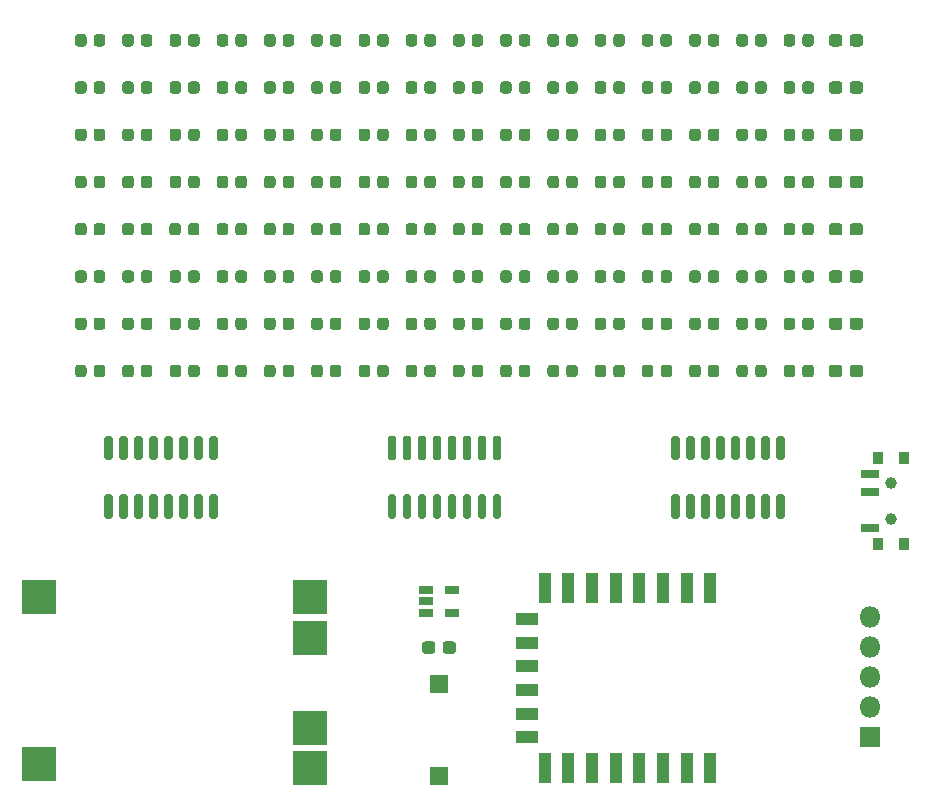
<source format=gts>
G04 #@! TF.GenerationSoftware,KiCad,Pcbnew,(5.1.6)-1*
G04 #@! TF.CreationDate,2021-05-09T16:16:57+05:30*
G04 #@! TF.ProjectId,keychain,6b657963-6861-4696-9e2e-6b696361645f,rev?*
G04 #@! TF.SameCoordinates,Original*
G04 #@! TF.FileFunction,Soldermask,Top*
G04 #@! TF.FilePolarity,Negative*
%FSLAX46Y46*%
G04 Gerber Fmt 4.6, Leading zero omitted, Abs format (unit mm)*
G04 Created by KiCad (PCBNEW (5.1.6)-1) date 2021-05-09 16:16:57*
%MOMM*%
%LPD*%
G01*
G04 APERTURE LIST*
%ADD10R,1.160000X0.750000*%
%ADD11R,1.600000X1.600000*%
%ADD12R,0.900000X1.100000*%
%ADD13R,1.600000X0.800000*%
%ADD14C,1.000000*%
%ADD15O,1.800000X1.800000*%
%ADD16R,1.800000X1.800000*%
%ADD17R,2.900000X2.900000*%
%ADD18R,1.100000X2.600000*%
%ADD19R,1.900000X1.100000*%
G04 APERTURE END LIST*
G36*
G01*
X66270000Y-150450000D02*
X66620000Y-150450000D01*
G75*
G02*
X66795000Y-150625000I0J-175000D01*
G01*
X66795000Y-152325000D01*
G75*
G02*
X66620000Y-152500000I-175000J0D01*
G01*
X66270000Y-152500000D01*
G75*
G02*
X66095000Y-152325000I0J175000D01*
G01*
X66095000Y-150625000D01*
G75*
G02*
X66270000Y-150450000I175000J0D01*
G01*
G37*
G36*
G01*
X65000000Y-150450000D02*
X65350000Y-150450000D01*
G75*
G02*
X65525000Y-150625000I0J-175000D01*
G01*
X65525000Y-152325000D01*
G75*
G02*
X65350000Y-152500000I-175000J0D01*
G01*
X65000000Y-152500000D01*
G75*
G02*
X64825000Y-152325000I0J175000D01*
G01*
X64825000Y-150625000D01*
G75*
G02*
X65000000Y-150450000I175000J0D01*
G01*
G37*
G36*
G01*
X63730000Y-150450000D02*
X64080000Y-150450000D01*
G75*
G02*
X64255000Y-150625000I0J-175000D01*
G01*
X64255000Y-152325000D01*
G75*
G02*
X64080000Y-152500000I-175000J0D01*
G01*
X63730000Y-152500000D01*
G75*
G02*
X63555000Y-152325000I0J175000D01*
G01*
X63555000Y-150625000D01*
G75*
G02*
X63730000Y-150450000I175000J0D01*
G01*
G37*
G36*
G01*
X62460000Y-150450000D02*
X62810000Y-150450000D01*
G75*
G02*
X62985000Y-150625000I0J-175000D01*
G01*
X62985000Y-152325000D01*
G75*
G02*
X62810000Y-152500000I-175000J0D01*
G01*
X62460000Y-152500000D01*
G75*
G02*
X62285000Y-152325000I0J175000D01*
G01*
X62285000Y-150625000D01*
G75*
G02*
X62460000Y-150450000I175000J0D01*
G01*
G37*
G36*
G01*
X61190000Y-150450000D02*
X61540000Y-150450000D01*
G75*
G02*
X61715000Y-150625000I0J-175000D01*
G01*
X61715000Y-152325000D01*
G75*
G02*
X61540000Y-152500000I-175000J0D01*
G01*
X61190000Y-152500000D01*
G75*
G02*
X61015000Y-152325000I0J175000D01*
G01*
X61015000Y-150625000D01*
G75*
G02*
X61190000Y-150450000I175000J0D01*
G01*
G37*
G36*
G01*
X59920000Y-150450000D02*
X60270000Y-150450000D01*
G75*
G02*
X60445000Y-150625000I0J-175000D01*
G01*
X60445000Y-152325000D01*
G75*
G02*
X60270000Y-152500000I-175000J0D01*
G01*
X59920000Y-152500000D01*
G75*
G02*
X59745000Y-152325000I0J175000D01*
G01*
X59745000Y-150625000D01*
G75*
G02*
X59920000Y-150450000I175000J0D01*
G01*
G37*
G36*
G01*
X58650000Y-150450000D02*
X59000000Y-150450000D01*
G75*
G02*
X59175000Y-150625000I0J-175000D01*
G01*
X59175000Y-152325000D01*
G75*
G02*
X59000000Y-152500000I-175000J0D01*
G01*
X58650000Y-152500000D01*
G75*
G02*
X58475000Y-152325000I0J175000D01*
G01*
X58475000Y-150625000D01*
G75*
G02*
X58650000Y-150450000I175000J0D01*
G01*
G37*
G36*
G01*
X57380000Y-150450000D02*
X57730000Y-150450000D01*
G75*
G02*
X57905000Y-150625000I0J-175000D01*
G01*
X57905000Y-152325000D01*
G75*
G02*
X57730000Y-152500000I-175000J0D01*
G01*
X57380000Y-152500000D01*
G75*
G02*
X57205000Y-152325000I0J175000D01*
G01*
X57205000Y-150625000D01*
G75*
G02*
X57380000Y-150450000I175000J0D01*
G01*
G37*
G36*
G01*
X57380000Y-145500000D02*
X57730000Y-145500000D01*
G75*
G02*
X57905000Y-145675000I0J-175000D01*
G01*
X57905000Y-147375000D01*
G75*
G02*
X57730000Y-147550000I-175000J0D01*
G01*
X57380000Y-147550000D01*
G75*
G02*
X57205000Y-147375000I0J175000D01*
G01*
X57205000Y-145675000D01*
G75*
G02*
X57380000Y-145500000I175000J0D01*
G01*
G37*
G36*
G01*
X58650000Y-145500000D02*
X59000000Y-145500000D01*
G75*
G02*
X59175000Y-145675000I0J-175000D01*
G01*
X59175000Y-147375000D01*
G75*
G02*
X59000000Y-147550000I-175000J0D01*
G01*
X58650000Y-147550000D01*
G75*
G02*
X58475000Y-147375000I0J175000D01*
G01*
X58475000Y-145675000D01*
G75*
G02*
X58650000Y-145500000I175000J0D01*
G01*
G37*
G36*
G01*
X59920000Y-145500000D02*
X60270000Y-145500000D01*
G75*
G02*
X60445000Y-145675000I0J-175000D01*
G01*
X60445000Y-147375000D01*
G75*
G02*
X60270000Y-147550000I-175000J0D01*
G01*
X59920000Y-147550000D01*
G75*
G02*
X59745000Y-147375000I0J175000D01*
G01*
X59745000Y-145675000D01*
G75*
G02*
X59920000Y-145500000I175000J0D01*
G01*
G37*
G36*
G01*
X61190000Y-145500000D02*
X61540000Y-145500000D01*
G75*
G02*
X61715000Y-145675000I0J-175000D01*
G01*
X61715000Y-147375000D01*
G75*
G02*
X61540000Y-147550000I-175000J0D01*
G01*
X61190000Y-147550000D01*
G75*
G02*
X61015000Y-147375000I0J175000D01*
G01*
X61015000Y-145675000D01*
G75*
G02*
X61190000Y-145500000I175000J0D01*
G01*
G37*
G36*
G01*
X62460000Y-145500000D02*
X62810000Y-145500000D01*
G75*
G02*
X62985000Y-145675000I0J-175000D01*
G01*
X62985000Y-147375000D01*
G75*
G02*
X62810000Y-147550000I-175000J0D01*
G01*
X62460000Y-147550000D01*
G75*
G02*
X62285000Y-147375000I0J175000D01*
G01*
X62285000Y-145675000D01*
G75*
G02*
X62460000Y-145500000I175000J0D01*
G01*
G37*
G36*
G01*
X63730000Y-145500000D02*
X64080000Y-145500000D01*
G75*
G02*
X64255000Y-145675000I0J-175000D01*
G01*
X64255000Y-147375000D01*
G75*
G02*
X64080000Y-147550000I-175000J0D01*
G01*
X63730000Y-147550000D01*
G75*
G02*
X63555000Y-147375000I0J175000D01*
G01*
X63555000Y-145675000D01*
G75*
G02*
X63730000Y-145500000I175000J0D01*
G01*
G37*
G36*
G01*
X65000000Y-145500000D02*
X65350000Y-145500000D01*
G75*
G02*
X65525000Y-145675000I0J-175000D01*
G01*
X65525000Y-147375000D01*
G75*
G02*
X65350000Y-147550000I-175000J0D01*
G01*
X65000000Y-147550000D01*
G75*
G02*
X64825000Y-147375000I0J175000D01*
G01*
X64825000Y-145675000D01*
G75*
G02*
X65000000Y-145500000I175000J0D01*
G01*
G37*
G36*
G01*
X66270000Y-145500000D02*
X66620000Y-145500000D01*
G75*
G02*
X66795000Y-145675000I0J-175000D01*
G01*
X66795000Y-147375000D01*
G75*
G02*
X66620000Y-147550000I-175000J0D01*
G01*
X66270000Y-147550000D01*
G75*
G02*
X66095000Y-147375000I0J175000D01*
G01*
X66095000Y-145675000D01*
G75*
G02*
X66270000Y-145500000I175000J0D01*
G01*
G37*
G36*
G01*
X90270000Y-150450000D02*
X90620000Y-150450000D01*
G75*
G02*
X90795000Y-150625000I0J-175000D01*
G01*
X90795000Y-152325000D01*
G75*
G02*
X90620000Y-152500000I-175000J0D01*
G01*
X90270000Y-152500000D01*
G75*
G02*
X90095000Y-152325000I0J175000D01*
G01*
X90095000Y-150625000D01*
G75*
G02*
X90270000Y-150450000I175000J0D01*
G01*
G37*
G36*
G01*
X89000000Y-150450000D02*
X89350000Y-150450000D01*
G75*
G02*
X89525000Y-150625000I0J-175000D01*
G01*
X89525000Y-152325000D01*
G75*
G02*
X89350000Y-152500000I-175000J0D01*
G01*
X89000000Y-152500000D01*
G75*
G02*
X88825000Y-152325000I0J175000D01*
G01*
X88825000Y-150625000D01*
G75*
G02*
X89000000Y-150450000I175000J0D01*
G01*
G37*
G36*
G01*
X87730000Y-150450000D02*
X88080000Y-150450000D01*
G75*
G02*
X88255000Y-150625000I0J-175000D01*
G01*
X88255000Y-152325000D01*
G75*
G02*
X88080000Y-152500000I-175000J0D01*
G01*
X87730000Y-152500000D01*
G75*
G02*
X87555000Y-152325000I0J175000D01*
G01*
X87555000Y-150625000D01*
G75*
G02*
X87730000Y-150450000I175000J0D01*
G01*
G37*
G36*
G01*
X86460000Y-150450000D02*
X86810000Y-150450000D01*
G75*
G02*
X86985000Y-150625000I0J-175000D01*
G01*
X86985000Y-152325000D01*
G75*
G02*
X86810000Y-152500000I-175000J0D01*
G01*
X86460000Y-152500000D01*
G75*
G02*
X86285000Y-152325000I0J175000D01*
G01*
X86285000Y-150625000D01*
G75*
G02*
X86460000Y-150450000I175000J0D01*
G01*
G37*
G36*
G01*
X85190000Y-150450000D02*
X85540000Y-150450000D01*
G75*
G02*
X85715000Y-150625000I0J-175000D01*
G01*
X85715000Y-152325000D01*
G75*
G02*
X85540000Y-152500000I-175000J0D01*
G01*
X85190000Y-152500000D01*
G75*
G02*
X85015000Y-152325000I0J175000D01*
G01*
X85015000Y-150625000D01*
G75*
G02*
X85190000Y-150450000I175000J0D01*
G01*
G37*
G36*
G01*
X83920000Y-150450000D02*
X84270000Y-150450000D01*
G75*
G02*
X84445000Y-150625000I0J-175000D01*
G01*
X84445000Y-152325000D01*
G75*
G02*
X84270000Y-152500000I-175000J0D01*
G01*
X83920000Y-152500000D01*
G75*
G02*
X83745000Y-152325000I0J175000D01*
G01*
X83745000Y-150625000D01*
G75*
G02*
X83920000Y-150450000I175000J0D01*
G01*
G37*
G36*
G01*
X82650000Y-150450000D02*
X83000000Y-150450000D01*
G75*
G02*
X83175000Y-150625000I0J-175000D01*
G01*
X83175000Y-152325000D01*
G75*
G02*
X83000000Y-152500000I-175000J0D01*
G01*
X82650000Y-152500000D01*
G75*
G02*
X82475000Y-152325000I0J175000D01*
G01*
X82475000Y-150625000D01*
G75*
G02*
X82650000Y-150450000I175000J0D01*
G01*
G37*
G36*
G01*
X81380000Y-150450000D02*
X81730000Y-150450000D01*
G75*
G02*
X81905000Y-150625000I0J-175000D01*
G01*
X81905000Y-152325000D01*
G75*
G02*
X81730000Y-152500000I-175000J0D01*
G01*
X81380000Y-152500000D01*
G75*
G02*
X81205000Y-152325000I0J175000D01*
G01*
X81205000Y-150625000D01*
G75*
G02*
X81380000Y-150450000I175000J0D01*
G01*
G37*
G36*
G01*
X81380000Y-145500000D02*
X81730000Y-145500000D01*
G75*
G02*
X81905000Y-145675000I0J-175000D01*
G01*
X81905000Y-147375000D01*
G75*
G02*
X81730000Y-147550000I-175000J0D01*
G01*
X81380000Y-147550000D01*
G75*
G02*
X81205000Y-147375000I0J175000D01*
G01*
X81205000Y-145675000D01*
G75*
G02*
X81380000Y-145500000I175000J0D01*
G01*
G37*
G36*
G01*
X82650000Y-145500000D02*
X83000000Y-145500000D01*
G75*
G02*
X83175000Y-145675000I0J-175000D01*
G01*
X83175000Y-147375000D01*
G75*
G02*
X83000000Y-147550000I-175000J0D01*
G01*
X82650000Y-147550000D01*
G75*
G02*
X82475000Y-147375000I0J175000D01*
G01*
X82475000Y-145675000D01*
G75*
G02*
X82650000Y-145500000I175000J0D01*
G01*
G37*
G36*
G01*
X83920000Y-145500000D02*
X84270000Y-145500000D01*
G75*
G02*
X84445000Y-145675000I0J-175000D01*
G01*
X84445000Y-147375000D01*
G75*
G02*
X84270000Y-147550000I-175000J0D01*
G01*
X83920000Y-147550000D01*
G75*
G02*
X83745000Y-147375000I0J175000D01*
G01*
X83745000Y-145675000D01*
G75*
G02*
X83920000Y-145500000I175000J0D01*
G01*
G37*
G36*
G01*
X85190000Y-145500000D02*
X85540000Y-145500000D01*
G75*
G02*
X85715000Y-145675000I0J-175000D01*
G01*
X85715000Y-147375000D01*
G75*
G02*
X85540000Y-147550000I-175000J0D01*
G01*
X85190000Y-147550000D01*
G75*
G02*
X85015000Y-147375000I0J175000D01*
G01*
X85015000Y-145675000D01*
G75*
G02*
X85190000Y-145500000I175000J0D01*
G01*
G37*
G36*
G01*
X86460000Y-145500000D02*
X86810000Y-145500000D01*
G75*
G02*
X86985000Y-145675000I0J-175000D01*
G01*
X86985000Y-147375000D01*
G75*
G02*
X86810000Y-147550000I-175000J0D01*
G01*
X86460000Y-147550000D01*
G75*
G02*
X86285000Y-147375000I0J175000D01*
G01*
X86285000Y-145675000D01*
G75*
G02*
X86460000Y-145500000I175000J0D01*
G01*
G37*
G36*
G01*
X87730000Y-145500000D02*
X88080000Y-145500000D01*
G75*
G02*
X88255000Y-145675000I0J-175000D01*
G01*
X88255000Y-147375000D01*
G75*
G02*
X88080000Y-147550000I-175000J0D01*
G01*
X87730000Y-147550000D01*
G75*
G02*
X87555000Y-147375000I0J175000D01*
G01*
X87555000Y-145675000D01*
G75*
G02*
X87730000Y-145500000I175000J0D01*
G01*
G37*
G36*
G01*
X89000000Y-145500000D02*
X89350000Y-145500000D01*
G75*
G02*
X89525000Y-145675000I0J-175000D01*
G01*
X89525000Y-147375000D01*
G75*
G02*
X89350000Y-147550000I-175000J0D01*
G01*
X89000000Y-147550000D01*
G75*
G02*
X88825000Y-147375000I0J175000D01*
G01*
X88825000Y-145675000D01*
G75*
G02*
X89000000Y-145500000I175000J0D01*
G01*
G37*
G36*
G01*
X90270000Y-145500000D02*
X90620000Y-145500000D01*
G75*
G02*
X90795000Y-145675000I0J-175000D01*
G01*
X90795000Y-147375000D01*
G75*
G02*
X90620000Y-147550000I-175000J0D01*
G01*
X90270000Y-147550000D01*
G75*
G02*
X90095000Y-147375000I0J175000D01*
G01*
X90095000Y-145675000D01*
G75*
G02*
X90270000Y-145500000I175000J0D01*
G01*
G37*
G36*
G01*
X114270000Y-150450000D02*
X114620000Y-150450000D01*
G75*
G02*
X114795000Y-150625000I0J-175000D01*
G01*
X114795000Y-152325000D01*
G75*
G02*
X114620000Y-152500000I-175000J0D01*
G01*
X114270000Y-152500000D01*
G75*
G02*
X114095000Y-152325000I0J175000D01*
G01*
X114095000Y-150625000D01*
G75*
G02*
X114270000Y-150450000I175000J0D01*
G01*
G37*
G36*
G01*
X113000000Y-150450000D02*
X113350000Y-150450000D01*
G75*
G02*
X113525000Y-150625000I0J-175000D01*
G01*
X113525000Y-152325000D01*
G75*
G02*
X113350000Y-152500000I-175000J0D01*
G01*
X113000000Y-152500000D01*
G75*
G02*
X112825000Y-152325000I0J175000D01*
G01*
X112825000Y-150625000D01*
G75*
G02*
X113000000Y-150450000I175000J0D01*
G01*
G37*
G36*
G01*
X111730000Y-150450000D02*
X112080000Y-150450000D01*
G75*
G02*
X112255000Y-150625000I0J-175000D01*
G01*
X112255000Y-152325000D01*
G75*
G02*
X112080000Y-152500000I-175000J0D01*
G01*
X111730000Y-152500000D01*
G75*
G02*
X111555000Y-152325000I0J175000D01*
G01*
X111555000Y-150625000D01*
G75*
G02*
X111730000Y-150450000I175000J0D01*
G01*
G37*
G36*
G01*
X110460000Y-150450000D02*
X110810000Y-150450000D01*
G75*
G02*
X110985000Y-150625000I0J-175000D01*
G01*
X110985000Y-152325000D01*
G75*
G02*
X110810000Y-152500000I-175000J0D01*
G01*
X110460000Y-152500000D01*
G75*
G02*
X110285000Y-152325000I0J175000D01*
G01*
X110285000Y-150625000D01*
G75*
G02*
X110460000Y-150450000I175000J0D01*
G01*
G37*
G36*
G01*
X109190000Y-150450000D02*
X109540000Y-150450000D01*
G75*
G02*
X109715000Y-150625000I0J-175000D01*
G01*
X109715000Y-152325000D01*
G75*
G02*
X109540000Y-152500000I-175000J0D01*
G01*
X109190000Y-152500000D01*
G75*
G02*
X109015000Y-152325000I0J175000D01*
G01*
X109015000Y-150625000D01*
G75*
G02*
X109190000Y-150450000I175000J0D01*
G01*
G37*
G36*
G01*
X107920000Y-150450000D02*
X108270000Y-150450000D01*
G75*
G02*
X108445000Y-150625000I0J-175000D01*
G01*
X108445000Y-152325000D01*
G75*
G02*
X108270000Y-152500000I-175000J0D01*
G01*
X107920000Y-152500000D01*
G75*
G02*
X107745000Y-152325000I0J175000D01*
G01*
X107745000Y-150625000D01*
G75*
G02*
X107920000Y-150450000I175000J0D01*
G01*
G37*
G36*
G01*
X106650000Y-150450000D02*
X107000000Y-150450000D01*
G75*
G02*
X107175000Y-150625000I0J-175000D01*
G01*
X107175000Y-152325000D01*
G75*
G02*
X107000000Y-152500000I-175000J0D01*
G01*
X106650000Y-152500000D01*
G75*
G02*
X106475000Y-152325000I0J175000D01*
G01*
X106475000Y-150625000D01*
G75*
G02*
X106650000Y-150450000I175000J0D01*
G01*
G37*
G36*
G01*
X105380000Y-150450000D02*
X105730000Y-150450000D01*
G75*
G02*
X105905000Y-150625000I0J-175000D01*
G01*
X105905000Y-152325000D01*
G75*
G02*
X105730000Y-152500000I-175000J0D01*
G01*
X105380000Y-152500000D01*
G75*
G02*
X105205000Y-152325000I0J175000D01*
G01*
X105205000Y-150625000D01*
G75*
G02*
X105380000Y-150450000I175000J0D01*
G01*
G37*
G36*
G01*
X105380000Y-145500000D02*
X105730000Y-145500000D01*
G75*
G02*
X105905000Y-145675000I0J-175000D01*
G01*
X105905000Y-147375000D01*
G75*
G02*
X105730000Y-147550000I-175000J0D01*
G01*
X105380000Y-147550000D01*
G75*
G02*
X105205000Y-147375000I0J175000D01*
G01*
X105205000Y-145675000D01*
G75*
G02*
X105380000Y-145500000I175000J0D01*
G01*
G37*
G36*
G01*
X106650000Y-145500000D02*
X107000000Y-145500000D01*
G75*
G02*
X107175000Y-145675000I0J-175000D01*
G01*
X107175000Y-147375000D01*
G75*
G02*
X107000000Y-147550000I-175000J0D01*
G01*
X106650000Y-147550000D01*
G75*
G02*
X106475000Y-147375000I0J175000D01*
G01*
X106475000Y-145675000D01*
G75*
G02*
X106650000Y-145500000I175000J0D01*
G01*
G37*
G36*
G01*
X107920000Y-145500000D02*
X108270000Y-145500000D01*
G75*
G02*
X108445000Y-145675000I0J-175000D01*
G01*
X108445000Y-147375000D01*
G75*
G02*
X108270000Y-147550000I-175000J0D01*
G01*
X107920000Y-147550000D01*
G75*
G02*
X107745000Y-147375000I0J175000D01*
G01*
X107745000Y-145675000D01*
G75*
G02*
X107920000Y-145500000I175000J0D01*
G01*
G37*
G36*
G01*
X109190000Y-145500000D02*
X109540000Y-145500000D01*
G75*
G02*
X109715000Y-145675000I0J-175000D01*
G01*
X109715000Y-147375000D01*
G75*
G02*
X109540000Y-147550000I-175000J0D01*
G01*
X109190000Y-147550000D01*
G75*
G02*
X109015000Y-147375000I0J175000D01*
G01*
X109015000Y-145675000D01*
G75*
G02*
X109190000Y-145500000I175000J0D01*
G01*
G37*
G36*
G01*
X110460000Y-145500000D02*
X110810000Y-145500000D01*
G75*
G02*
X110985000Y-145675000I0J-175000D01*
G01*
X110985000Y-147375000D01*
G75*
G02*
X110810000Y-147550000I-175000J0D01*
G01*
X110460000Y-147550000D01*
G75*
G02*
X110285000Y-147375000I0J175000D01*
G01*
X110285000Y-145675000D01*
G75*
G02*
X110460000Y-145500000I175000J0D01*
G01*
G37*
G36*
G01*
X111730000Y-145500000D02*
X112080000Y-145500000D01*
G75*
G02*
X112255000Y-145675000I0J-175000D01*
G01*
X112255000Y-147375000D01*
G75*
G02*
X112080000Y-147550000I-175000J0D01*
G01*
X111730000Y-147550000D01*
G75*
G02*
X111555000Y-147375000I0J175000D01*
G01*
X111555000Y-145675000D01*
G75*
G02*
X111730000Y-145500000I175000J0D01*
G01*
G37*
G36*
G01*
X113000000Y-145500000D02*
X113350000Y-145500000D01*
G75*
G02*
X113525000Y-145675000I0J-175000D01*
G01*
X113525000Y-147375000D01*
G75*
G02*
X113350000Y-147550000I-175000J0D01*
G01*
X113000000Y-147550000D01*
G75*
G02*
X112825000Y-147375000I0J175000D01*
G01*
X112825000Y-145675000D01*
G75*
G02*
X113000000Y-145500000I175000J0D01*
G01*
G37*
G36*
G01*
X114270000Y-145500000D02*
X114620000Y-145500000D01*
G75*
G02*
X114795000Y-145675000I0J-175000D01*
G01*
X114795000Y-147375000D01*
G75*
G02*
X114620000Y-147550000I-175000J0D01*
G01*
X114270000Y-147550000D01*
G75*
G02*
X114095000Y-147375000I0J175000D01*
G01*
X114095000Y-145675000D01*
G75*
G02*
X114270000Y-145500000I175000J0D01*
G01*
G37*
G36*
G01*
X85240000Y-163157500D02*
X85240000Y-163682500D01*
G75*
G02*
X84977500Y-163945000I-262500J0D01*
G01*
X84352500Y-163945000D01*
G75*
G02*
X84090000Y-163682500I0J262500D01*
G01*
X84090000Y-163157500D01*
G75*
G02*
X84352500Y-162895000I262500J0D01*
G01*
X84977500Y-162895000D01*
G75*
G02*
X85240000Y-163157500I0J-262500D01*
G01*
G37*
G36*
G01*
X86990000Y-163157500D02*
X86990000Y-163682500D01*
G75*
G02*
X86727500Y-163945000I-262500J0D01*
G01*
X86102500Y-163945000D01*
G75*
G02*
X85840000Y-163682500I0J262500D01*
G01*
X85840000Y-163157500D01*
G75*
G02*
X86102500Y-162895000I262500J0D01*
G01*
X86727500Y-162895000D01*
G75*
G02*
X86990000Y-163157500I0J-262500D01*
G01*
G37*
D10*
X86600000Y-158550000D03*
X86600000Y-160450000D03*
X84400000Y-160450000D03*
X84400000Y-159500000D03*
X84400000Y-158550000D03*
D11*
X85540000Y-166520000D03*
X85540000Y-174320000D03*
D12*
X122720000Y-154650000D03*
X122720000Y-147350000D03*
X124930000Y-147350000D03*
X124930000Y-154650000D03*
D13*
X122070000Y-148750000D03*
X122070000Y-150250000D03*
X122070000Y-153250000D03*
D14*
X123830000Y-149500000D03*
X123830000Y-152500000D03*
D15*
X122000000Y-160840000D03*
X122000000Y-163380000D03*
X122000000Y-165920000D03*
X122000000Y-168460000D03*
D16*
X122000000Y-171000000D03*
D17*
X51700000Y-159100000D03*
X51700000Y-173300000D03*
X74600000Y-159100000D03*
X74600000Y-173600000D03*
X74600000Y-162600000D03*
X74600000Y-170200000D03*
D18*
X108500000Y-173600000D03*
X106500000Y-173600000D03*
X104500000Y-173600000D03*
X102500000Y-173600000D03*
X100500000Y-173600000D03*
X98500000Y-173600000D03*
X96500000Y-173600000D03*
X94500000Y-173600000D03*
D19*
X93000000Y-171000000D03*
X93000000Y-169000000D03*
X93000000Y-167000000D03*
X93000000Y-165000000D03*
X93000000Y-163000000D03*
X93000000Y-161000000D03*
D18*
X94500000Y-158400000D03*
X96500000Y-158400000D03*
X98500000Y-158400000D03*
X100500000Y-158400000D03*
X102500000Y-158400000D03*
X104500000Y-158400000D03*
X106500000Y-158400000D03*
X108500000Y-158400000D03*
G36*
G01*
X56300000Y-112281250D02*
X56300000Y-111718750D01*
G75*
G02*
X56543750Y-111475000I243750J0D01*
G01*
X57031250Y-111475000D01*
G75*
G02*
X57275000Y-111718750I0J-243750D01*
G01*
X57275000Y-112281250D01*
G75*
G02*
X57031250Y-112525000I-243750J0D01*
G01*
X56543750Y-112525000D01*
G75*
G02*
X56300000Y-112281250I0J243750D01*
G01*
G37*
G36*
G01*
X54725000Y-112281250D02*
X54725000Y-111718750D01*
G75*
G02*
X54968750Y-111475000I243750J0D01*
G01*
X55456250Y-111475000D01*
G75*
G02*
X55700000Y-111718750I0J-243750D01*
G01*
X55700000Y-112281250D01*
G75*
G02*
X55456250Y-112525000I-243750J0D01*
G01*
X54968750Y-112525000D01*
G75*
G02*
X54725000Y-112281250I0J243750D01*
G01*
G37*
G36*
G01*
X121450000Y-139737500D02*
X121450000Y-140262500D01*
G75*
G02*
X121187500Y-140525000I-262500J0D01*
G01*
X120562500Y-140525000D01*
G75*
G02*
X120300000Y-140262500I0J262500D01*
G01*
X120300000Y-139737500D01*
G75*
G02*
X120562500Y-139475000I262500J0D01*
G01*
X121187500Y-139475000D01*
G75*
G02*
X121450000Y-139737500I0J-262500D01*
G01*
G37*
G36*
G01*
X119700000Y-139737500D02*
X119700000Y-140262500D01*
G75*
G02*
X119437500Y-140525000I-262500J0D01*
G01*
X118812500Y-140525000D01*
G75*
G02*
X118550000Y-140262500I0J262500D01*
G01*
X118550000Y-139737500D01*
G75*
G02*
X118812500Y-139475000I262500J0D01*
G01*
X119437500Y-139475000D01*
G75*
G02*
X119700000Y-139737500I0J-262500D01*
G01*
G37*
G36*
G01*
X121450000Y-135737500D02*
X121450000Y-136262500D01*
G75*
G02*
X121187500Y-136525000I-262500J0D01*
G01*
X120562500Y-136525000D01*
G75*
G02*
X120300000Y-136262500I0J262500D01*
G01*
X120300000Y-135737500D01*
G75*
G02*
X120562500Y-135475000I262500J0D01*
G01*
X121187500Y-135475000D01*
G75*
G02*
X121450000Y-135737500I0J-262500D01*
G01*
G37*
G36*
G01*
X119700000Y-135737500D02*
X119700000Y-136262500D01*
G75*
G02*
X119437500Y-136525000I-262500J0D01*
G01*
X118812500Y-136525000D01*
G75*
G02*
X118550000Y-136262500I0J262500D01*
G01*
X118550000Y-135737500D01*
G75*
G02*
X118812500Y-135475000I262500J0D01*
G01*
X119437500Y-135475000D01*
G75*
G02*
X119700000Y-135737500I0J-262500D01*
G01*
G37*
G36*
G01*
X121450000Y-131737500D02*
X121450000Y-132262500D01*
G75*
G02*
X121187500Y-132525000I-262500J0D01*
G01*
X120562500Y-132525000D01*
G75*
G02*
X120300000Y-132262500I0J262500D01*
G01*
X120300000Y-131737500D01*
G75*
G02*
X120562500Y-131475000I262500J0D01*
G01*
X121187500Y-131475000D01*
G75*
G02*
X121450000Y-131737500I0J-262500D01*
G01*
G37*
G36*
G01*
X119700000Y-131737500D02*
X119700000Y-132262500D01*
G75*
G02*
X119437500Y-132525000I-262500J0D01*
G01*
X118812500Y-132525000D01*
G75*
G02*
X118550000Y-132262500I0J262500D01*
G01*
X118550000Y-131737500D01*
G75*
G02*
X118812500Y-131475000I262500J0D01*
G01*
X119437500Y-131475000D01*
G75*
G02*
X119700000Y-131737500I0J-262500D01*
G01*
G37*
G36*
G01*
X121450000Y-127737500D02*
X121450000Y-128262500D01*
G75*
G02*
X121187500Y-128525000I-262500J0D01*
G01*
X120562500Y-128525000D01*
G75*
G02*
X120300000Y-128262500I0J262500D01*
G01*
X120300000Y-127737500D01*
G75*
G02*
X120562500Y-127475000I262500J0D01*
G01*
X121187500Y-127475000D01*
G75*
G02*
X121450000Y-127737500I0J-262500D01*
G01*
G37*
G36*
G01*
X119700000Y-127737500D02*
X119700000Y-128262500D01*
G75*
G02*
X119437500Y-128525000I-262500J0D01*
G01*
X118812500Y-128525000D01*
G75*
G02*
X118550000Y-128262500I0J262500D01*
G01*
X118550000Y-127737500D01*
G75*
G02*
X118812500Y-127475000I262500J0D01*
G01*
X119437500Y-127475000D01*
G75*
G02*
X119700000Y-127737500I0J-262500D01*
G01*
G37*
G36*
G01*
X121450000Y-123737500D02*
X121450000Y-124262500D01*
G75*
G02*
X121187500Y-124525000I-262500J0D01*
G01*
X120562500Y-124525000D01*
G75*
G02*
X120300000Y-124262500I0J262500D01*
G01*
X120300000Y-123737500D01*
G75*
G02*
X120562500Y-123475000I262500J0D01*
G01*
X121187500Y-123475000D01*
G75*
G02*
X121450000Y-123737500I0J-262500D01*
G01*
G37*
G36*
G01*
X119700000Y-123737500D02*
X119700000Y-124262500D01*
G75*
G02*
X119437500Y-124525000I-262500J0D01*
G01*
X118812500Y-124525000D01*
G75*
G02*
X118550000Y-124262500I0J262500D01*
G01*
X118550000Y-123737500D01*
G75*
G02*
X118812500Y-123475000I262500J0D01*
G01*
X119437500Y-123475000D01*
G75*
G02*
X119700000Y-123737500I0J-262500D01*
G01*
G37*
G36*
G01*
X121450000Y-119737500D02*
X121450000Y-120262500D01*
G75*
G02*
X121187500Y-120525000I-262500J0D01*
G01*
X120562500Y-120525000D01*
G75*
G02*
X120300000Y-120262500I0J262500D01*
G01*
X120300000Y-119737500D01*
G75*
G02*
X120562500Y-119475000I262500J0D01*
G01*
X121187500Y-119475000D01*
G75*
G02*
X121450000Y-119737500I0J-262500D01*
G01*
G37*
G36*
G01*
X119700000Y-119737500D02*
X119700000Y-120262500D01*
G75*
G02*
X119437500Y-120525000I-262500J0D01*
G01*
X118812500Y-120525000D01*
G75*
G02*
X118550000Y-120262500I0J262500D01*
G01*
X118550000Y-119737500D01*
G75*
G02*
X118812500Y-119475000I262500J0D01*
G01*
X119437500Y-119475000D01*
G75*
G02*
X119700000Y-119737500I0J-262500D01*
G01*
G37*
G36*
G01*
X119700000Y-115737500D02*
X119700000Y-116262500D01*
G75*
G02*
X119437500Y-116525000I-262500J0D01*
G01*
X118812500Y-116525000D01*
G75*
G02*
X118550000Y-116262500I0J262500D01*
G01*
X118550000Y-115737500D01*
G75*
G02*
X118812500Y-115475000I262500J0D01*
G01*
X119437500Y-115475000D01*
G75*
G02*
X119700000Y-115737500I0J-262500D01*
G01*
G37*
G36*
G01*
X121450000Y-115737500D02*
X121450000Y-116262500D01*
G75*
G02*
X121187500Y-116525000I-262500J0D01*
G01*
X120562500Y-116525000D01*
G75*
G02*
X120300000Y-116262500I0J262500D01*
G01*
X120300000Y-115737500D01*
G75*
G02*
X120562500Y-115475000I262500J0D01*
G01*
X121187500Y-115475000D01*
G75*
G02*
X121450000Y-115737500I0J-262500D01*
G01*
G37*
G36*
G01*
X119700000Y-111737500D02*
X119700000Y-112262500D01*
G75*
G02*
X119437500Y-112525000I-262500J0D01*
G01*
X118812500Y-112525000D01*
G75*
G02*
X118550000Y-112262500I0J262500D01*
G01*
X118550000Y-111737500D01*
G75*
G02*
X118812500Y-111475000I262500J0D01*
G01*
X119437500Y-111475000D01*
G75*
G02*
X119700000Y-111737500I0J-262500D01*
G01*
G37*
G36*
G01*
X121450000Y-111737500D02*
X121450000Y-112262500D01*
G75*
G02*
X121187500Y-112525000I-262500J0D01*
G01*
X120562500Y-112525000D01*
G75*
G02*
X120300000Y-112262500I0J262500D01*
G01*
X120300000Y-111737500D01*
G75*
G02*
X120562500Y-111475000I262500J0D01*
G01*
X121187500Y-111475000D01*
G75*
G02*
X121450000Y-111737500I0J-262500D01*
G01*
G37*
G36*
G01*
X114725000Y-140281250D02*
X114725000Y-139718750D01*
G75*
G02*
X114968750Y-139475000I243750J0D01*
G01*
X115456250Y-139475000D01*
G75*
G02*
X115700000Y-139718750I0J-243750D01*
G01*
X115700000Y-140281250D01*
G75*
G02*
X115456250Y-140525000I-243750J0D01*
G01*
X114968750Y-140525000D01*
G75*
G02*
X114725000Y-140281250I0J243750D01*
G01*
G37*
G36*
G01*
X116300000Y-140281250D02*
X116300000Y-139718750D01*
G75*
G02*
X116543750Y-139475000I243750J0D01*
G01*
X117031250Y-139475000D01*
G75*
G02*
X117275000Y-139718750I0J-243750D01*
G01*
X117275000Y-140281250D01*
G75*
G02*
X117031250Y-140525000I-243750J0D01*
G01*
X116543750Y-140525000D01*
G75*
G02*
X116300000Y-140281250I0J243750D01*
G01*
G37*
G36*
G01*
X114725000Y-136281250D02*
X114725000Y-135718750D01*
G75*
G02*
X114968750Y-135475000I243750J0D01*
G01*
X115456250Y-135475000D01*
G75*
G02*
X115700000Y-135718750I0J-243750D01*
G01*
X115700000Y-136281250D01*
G75*
G02*
X115456250Y-136525000I-243750J0D01*
G01*
X114968750Y-136525000D01*
G75*
G02*
X114725000Y-136281250I0J243750D01*
G01*
G37*
G36*
G01*
X116300000Y-136281250D02*
X116300000Y-135718750D01*
G75*
G02*
X116543750Y-135475000I243750J0D01*
G01*
X117031250Y-135475000D01*
G75*
G02*
X117275000Y-135718750I0J-243750D01*
G01*
X117275000Y-136281250D01*
G75*
G02*
X117031250Y-136525000I-243750J0D01*
G01*
X116543750Y-136525000D01*
G75*
G02*
X116300000Y-136281250I0J243750D01*
G01*
G37*
G36*
G01*
X114725000Y-132281250D02*
X114725000Y-131718750D01*
G75*
G02*
X114968750Y-131475000I243750J0D01*
G01*
X115456250Y-131475000D01*
G75*
G02*
X115700000Y-131718750I0J-243750D01*
G01*
X115700000Y-132281250D01*
G75*
G02*
X115456250Y-132525000I-243750J0D01*
G01*
X114968750Y-132525000D01*
G75*
G02*
X114725000Y-132281250I0J243750D01*
G01*
G37*
G36*
G01*
X116300000Y-132281250D02*
X116300000Y-131718750D01*
G75*
G02*
X116543750Y-131475000I243750J0D01*
G01*
X117031250Y-131475000D01*
G75*
G02*
X117275000Y-131718750I0J-243750D01*
G01*
X117275000Y-132281250D01*
G75*
G02*
X117031250Y-132525000I-243750J0D01*
G01*
X116543750Y-132525000D01*
G75*
G02*
X116300000Y-132281250I0J243750D01*
G01*
G37*
G36*
G01*
X114725000Y-128281250D02*
X114725000Y-127718750D01*
G75*
G02*
X114968750Y-127475000I243750J0D01*
G01*
X115456250Y-127475000D01*
G75*
G02*
X115700000Y-127718750I0J-243750D01*
G01*
X115700000Y-128281250D01*
G75*
G02*
X115456250Y-128525000I-243750J0D01*
G01*
X114968750Y-128525000D01*
G75*
G02*
X114725000Y-128281250I0J243750D01*
G01*
G37*
G36*
G01*
X116300000Y-128281250D02*
X116300000Y-127718750D01*
G75*
G02*
X116543750Y-127475000I243750J0D01*
G01*
X117031250Y-127475000D01*
G75*
G02*
X117275000Y-127718750I0J-243750D01*
G01*
X117275000Y-128281250D01*
G75*
G02*
X117031250Y-128525000I-243750J0D01*
G01*
X116543750Y-128525000D01*
G75*
G02*
X116300000Y-128281250I0J243750D01*
G01*
G37*
G36*
G01*
X114725000Y-124281250D02*
X114725000Y-123718750D01*
G75*
G02*
X114968750Y-123475000I243750J0D01*
G01*
X115456250Y-123475000D01*
G75*
G02*
X115700000Y-123718750I0J-243750D01*
G01*
X115700000Y-124281250D01*
G75*
G02*
X115456250Y-124525000I-243750J0D01*
G01*
X114968750Y-124525000D01*
G75*
G02*
X114725000Y-124281250I0J243750D01*
G01*
G37*
G36*
G01*
X116300000Y-124281250D02*
X116300000Y-123718750D01*
G75*
G02*
X116543750Y-123475000I243750J0D01*
G01*
X117031250Y-123475000D01*
G75*
G02*
X117275000Y-123718750I0J-243750D01*
G01*
X117275000Y-124281250D01*
G75*
G02*
X117031250Y-124525000I-243750J0D01*
G01*
X116543750Y-124525000D01*
G75*
G02*
X116300000Y-124281250I0J243750D01*
G01*
G37*
G36*
G01*
X114725000Y-120281250D02*
X114725000Y-119718750D01*
G75*
G02*
X114968750Y-119475000I243750J0D01*
G01*
X115456250Y-119475000D01*
G75*
G02*
X115700000Y-119718750I0J-243750D01*
G01*
X115700000Y-120281250D01*
G75*
G02*
X115456250Y-120525000I-243750J0D01*
G01*
X114968750Y-120525000D01*
G75*
G02*
X114725000Y-120281250I0J243750D01*
G01*
G37*
G36*
G01*
X116300000Y-120281250D02*
X116300000Y-119718750D01*
G75*
G02*
X116543750Y-119475000I243750J0D01*
G01*
X117031250Y-119475000D01*
G75*
G02*
X117275000Y-119718750I0J-243750D01*
G01*
X117275000Y-120281250D01*
G75*
G02*
X117031250Y-120525000I-243750J0D01*
G01*
X116543750Y-120525000D01*
G75*
G02*
X116300000Y-120281250I0J243750D01*
G01*
G37*
G36*
G01*
X116300000Y-116281250D02*
X116300000Y-115718750D01*
G75*
G02*
X116543750Y-115475000I243750J0D01*
G01*
X117031250Y-115475000D01*
G75*
G02*
X117275000Y-115718750I0J-243750D01*
G01*
X117275000Y-116281250D01*
G75*
G02*
X117031250Y-116525000I-243750J0D01*
G01*
X116543750Y-116525000D01*
G75*
G02*
X116300000Y-116281250I0J243750D01*
G01*
G37*
G36*
G01*
X114725000Y-116281250D02*
X114725000Y-115718750D01*
G75*
G02*
X114968750Y-115475000I243750J0D01*
G01*
X115456250Y-115475000D01*
G75*
G02*
X115700000Y-115718750I0J-243750D01*
G01*
X115700000Y-116281250D01*
G75*
G02*
X115456250Y-116525000I-243750J0D01*
G01*
X114968750Y-116525000D01*
G75*
G02*
X114725000Y-116281250I0J243750D01*
G01*
G37*
G36*
G01*
X114725000Y-112281250D02*
X114725000Y-111718750D01*
G75*
G02*
X114968750Y-111475000I243750J0D01*
G01*
X115456250Y-111475000D01*
G75*
G02*
X115700000Y-111718750I0J-243750D01*
G01*
X115700000Y-112281250D01*
G75*
G02*
X115456250Y-112525000I-243750J0D01*
G01*
X114968750Y-112525000D01*
G75*
G02*
X114725000Y-112281250I0J243750D01*
G01*
G37*
G36*
G01*
X116300000Y-112281250D02*
X116300000Y-111718750D01*
G75*
G02*
X116543750Y-111475000I243750J0D01*
G01*
X117031250Y-111475000D01*
G75*
G02*
X117275000Y-111718750I0J-243750D01*
G01*
X117275000Y-112281250D01*
G75*
G02*
X117031250Y-112525000I-243750J0D01*
G01*
X116543750Y-112525000D01*
G75*
G02*
X116300000Y-112281250I0J243750D01*
G01*
G37*
G36*
G01*
X110725000Y-140281250D02*
X110725000Y-139718750D01*
G75*
G02*
X110968750Y-139475000I243750J0D01*
G01*
X111456250Y-139475000D01*
G75*
G02*
X111700000Y-139718750I0J-243750D01*
G01*
X111700000Y-140281250D01*
G75*
G02*
X111456250Y-140525000I-243750J0D01*
G01*
X110968750Y-140525000D01*
G75*
G02*
X110725000Y-140281250I0J243750D01*
G01*
G37*
G36*
G01*
X112300000Y-140281250D02*
X112300000Y-139718750D01*
G75*
G02*
X112543750Y-139475000I243750J0D01*
G01*
X113031250Y-139475000D01*
G75*
G02*
X113275000Y-139718750I0J-243750D01*
G01*
X113275000Y-140281250D01*
G75*
G02*
X113031250Y-140525000I-243750J0D01*
G01*
X112543750Y-140525000D01*
G75*
G02*
X112300000Y-140281250I0J243750D01*
G01*
G37*
G36*
G01*
X110725000Y-136281250D02*
X110725000Y-135718750D01*
G75*
G02*
X110968750Y-135475000I243750J0D01*
G01*
X111456250Y-135475000D01*
G75*
G02*
X111700000Y-135718750I0J-243750D01*
G01*
X111700000Y-136281250D01*
G75*
G02*
X111456250Y-136525000I-243750J0D01*
G01*
X110968750Y-136525000D01*
G75*
G02*
X110725000Y-136281250I0J243750D01*
G01*
G37*
G36*
G01*
X112300000Y-136281250D02*
X112300000Y-135718750D01*
G75*
G02*
X112543750Y-135475000I243750J0D01*
G01*
X113031250Y-135475000D01*
G75*
G02*
X113275000Y-135718750I0J-243750D01*
G01*
X113275000Y-136281250D01*
G75*
G02*
X113031250Y-136525000I-243750J0D01*
G01*
X112543750Y-136525000D01*
G75*
G02*
X112300000Y-136281250I0J243750D01*
G01*
G37*
G36*
G01*
X110725000Y-132281250D02*
X110725000Y-131718750D01*
G75*
G02*
X110968750Y-131475000I243750J0D01*
G01*
X111456250Y-131475000D01*
G75*
G02*
X111700000Y-131718750I0J-243750D01*
G01*
X111700000Y-132281250D01*
G75*
G02*
X111456250Y-132525000I-243750J0D01*
G01*
X110968750Y-132525000D01*
G75*
G02*
X110725000Y-132281250I0J243750D01*
G01*
G37*
G36*
G01*
X112300000Y-132281250D02*
X112300000Y-131718750D01*
G75*
G02*
X112543750Y-131475000I243750J0D01*
G01*
X113031250Y-131475000D01*
G75*
G02*
X113275000Y-131718750I0J-243750D01*
G01*
X113275000Y-132281250D01*
G75*
G02*
X113031250Y-132525000I-243750J0D01*
G01*
X112543750Y-132525000D01*
G75*
G02*
X112300000Y-132281250I0J243750D01*
G01*
G37*
G36*
G01*
X110725000Y-128281250D02*
X110725000Y-127718750D01*
G75*
G02*
X110968750Y-127475000I243750J0D01*
G01*
X111456250Y-127475000D01*
G75*
G02*
X111700000Y-127718750I0J-243750D01*
G01*
X111700000Y-128281250D01*
G75*
G02*
X111456250Y-128525000I-243750J0D01*
G01*
X110968750Y-128525000D01*
G75*
G02*
X110725000Y-128281250I0J243750D01*
G01*
G37*
G36*
G01*
X112300000Y-128281250D02*
X112300000Y-127718750D01*
G75*
G02*
X112543750Y-127475000I243750J0D01*
G01*
X113031250Y-127475000D01*
G75*
G02*
X113275000Y-127718750I0J-243750D01*
G01*
X113275000Y-128281250D01*
G75*
G02*
X113031250Y-128525000I-243750J0D01*
G01*
X112543750Y-128525000D01*
G75*
G02*
X112300000Y-128281250I0J243750D01*
G01*
G37*
G36*
G01*
X110725000Y-124281250D02*
X110725000Y-123718750D01*
G75*
G02*
X110968750Y-123475000I243750J0D01*
G01*
X111456250Y-123475000D01*
G75*
G02*
X111700000Y-123718750I0J-243750D01*
G01*
X111700000Y-124281250D01*
G75*
G02*
X111456250Y-124525000I-243750J0D01*
G01*
X110968750Y-124525000D01*
G75*
G02*
X110725000Y-124281250I0J243750D01*
G01*
G37*
G36*
G01*
X112300000Y-124281250D02*
X112300000Y-123718750D01*
G75*
G02*
X112543750Y-123475000I243750J0D01*
G01*
X113031250Y-123475000D01*
G75*
G02*
X113275000Y-123718750I0J-243750D01*
G01*
X113275000Y-124281250D01*
G75*
G02*
X113031250Y-124525000I-243750J0D01*
G01*
X112543750Y-124525000D01*
G75*
G02*
X112300000Y-124281250I0J243750D01*
G01*
G37*
G36*
G01*
X110725000Y-120281250D02*
X110725000Y-119718750D01*
G75*
G02*
X110968750Y-119475000I243750J0D01*
G01*
X111456250Y-119475000D01*
G75*
G02*
X111700000Y-119718750I0J-243750D01*
G01*
X111700000Y-120281250D01*
G75*
G02*
X111456250Y-120525000I-243750J0D01*
G01*
X110968750Y-120525000D01*
G75*
G02*
X110725000Y-120281250I0J243750D01*
G01*
G37*
G36*
G01*
X112300000Y-120281250D02*
X112300000Y-119718750D01*
G75*
G02*
X112543750Y-119475000I243750J0D01*
G01*
X113031250Y-119475000D01*
G75*
G02*
X113275000Y-119718750I0J-243750D01*
G01*
X113275000Y-120281250D01*
G75*
G02*
X113031250Y-120525000I-243750J0D01*
G01*
X112543750Y-120525000D01*
G75*
G02*
X112300000Y-120281250I0J243750D01*
G01*
G37*
G36*
G01*
X112300000Y-116281250D02*
X112300000Y-115718750D01*
G75*
G02*
X112543750Y-115475000I243750J0D01*
G01*
X113031250Y-115475000D01*
G75*
G02*
X113275000Y-115718750I0J-243750D01*
G01*
X113275000Y-116281250D01*
G75*
G02*
X113031250Y-116525000I-243750J0D01*
G01*
X112543750Y-116525000D01*
G75*
G02*
X112300000Y-116281250I0J243750D01*
G01*
G37*
G36*
G01*
X110725000Y-116281250D02*
X110725000Y-115718750D01*
G75*
G02*
X110968750Y-115475000I243750J0D01*
G01*
X111456250Y-115475000D01*
G75*
G02*
X111700000Y-115718750I0J-243750D01*
G01*
X111700000Y-116281250D01*
G75*
G02*
X111456250Y-116525000I-243750J0D01*
G01*
X110968750Y-116525000D01*
G75*
G02*
X110725000Y-116281250I0J243750D01*
G01*
G37*
G36*
G01*
X110725000Y-112281250D02*
X110725000Y-111718750D01*
G75*
G02*
X110968750Y-111475000I243750J0D01*
G01*
X111456250Y-111475000D01*
G75*
G02*
X111700000Y-111718750I0J-243750D01*
G01*
X111700000Y-112281250D01*
G75*
G02*
X111456250Y-112525000I-243750J0D01*
G01*
X110968750Y-112525000D01*
G75*
G02*
X110725000Y-112281250I0J243750D01*
G01*
G37*
G36*
G01*
X112300000Y-112281250D02*
X112300000Y-111718750D01*
G75*
G02*
X112543750Y-111475000I243750J0D01*
G01*
X113031250Y-111475000D01*
G75*
G02*
X113275000Y-111718750I0J-243750D01*
G01*
X113275000Y-112281250D01*
G75*
G02*
X113031250Y-112525000I-243750J0D01*
G01*
X112543750Y-112525000D01*
G75*
G02*
X112300000Y-112281250I0J243750D01*
G01*
G37*
G36*
G01*
X106725000Y-140281250D02*
X106725000Y-139718750D01*
G75*
G02*
X106968750Y-139475000I243750J0D01*
G01*
X107456250Y-139475000D01*
G75*
G02*
X107700000Y-139718750I0J-243750D01*
G01*
X107700000Y-140281250D01*
G75*
G02*
X107456250Y-140525000I-243750J0D01*
G01*
X106968750Y-140525000D01*
G75*
G02*
X106725000Y-140281250I0J243750D01*
G01*
G37*
G36*
G01*
X108300000Y-140281250D02*
X108300000Y-139718750D01*
G75*
G02*
X108543750Y-139475000I243750J0D01*
G01*
X109031250Y-139475000D01*
G75*
G02*
X109275000Y-139718750I0J-243750D01*
G01*
X109275000Y-140281250D01*
G75*
G02*
X109031250Y-140525000I-243750J0D01*
G01*
X108543750Y-140525000D01*
G75*
G02*
X108300000Y-140281250I0J243750D01*
G01*
G37*
G36*
G01*
X106725000Y-136281250D02*
X106725000Y-135718750D01*
G75*
G02*
X106968750Y-135475000I243750J0D01*
G01*
X107456250Y-135475000D01*
G75*
G02*
X107700000Y-135718750I0J-243750D01*
G01*
X107700000Y-136281250D01*
G75*
G02*
X107456250Y-136525000I-243750J0D01*
G01*
X106968750Y-136525000D01*
G75*
G02*
X106725000Y-136281250I0J243750D01*
G01*
G37*
G36*
G01*
X108300000Y-136281250D02*
X108300000Y-135718750D01*
G75*
G02*
X108543750Y-135475000I243750J0D01*
G01*
X109031250Y-135475000D01*
G75*
G02*
X109275000Y-135718750I0J-243750D01*
G01*
X109275000Y-136281250D01*
G75*
G02*
X109031250Y-136525000I-243750J0D01*
G01*
X108543750Y-136525000D01*
G75*
G02*
X108300000Y-136281250I0J243750D01*
G01*
G37*
G36*
G01*
X106725000Y-132281250D02*
X106725000Y-131718750D01*
G75*
G02*
X106968750Y-131475000I243750J0D01*
G01*
X107456250Y-131475000D01*
G75*
G02*
X107700000Y-131718750I0J-243750D01*
G01*
X107700000Y-132281250D01*
G75*
G02*
X107456250Y-132525000I-243750J0D01*
G01*
X106968750Y-132525000D01*
G75*
G02*
X106725000Y-132281250I0J243750D01*
G01*
G37*
G36*
G01*
X108300000Y-132281250D02*
X108300000Y-131718750D01*
G75*
G02*
X108543750Y-131475000I243750J0D01*
G01*
X109031250Y-131475000D01*
G75*
G02*
X109275000Y-131718750I0J-243750D01*
G01*
X109275000Y-132281250D01*
G75*
G02*
X109031250Y-132525000I-243750J0D01*
G01*
X108543750Y-132525000D01*
G75*
G02*
X108300000Y-132281250I0J243750D01*
G01*
G37*
G36*
G01*
X106725000Y-128281250D02*
X106725000Y-127718750D01*
G75*
G02*
X106968750Y-127475000I243750J0D01*
G01*
X107456250Y-127475000D01*
G75*
G02*
X107700000Y-127718750I0J-243750D01*
G01*
X107700000Y-128281250D01*
G75*
G02*
X107456250Y-128525000I-243750J0D01*
G01*
X106968750Y-128525000D01*
G75*
G02*
X106725000Y-128281250I0J243750D01*
G01*
G37*
G36*
G01*
X108300000Y-128281250D02*
X108300000Y-127718750D01*
G75*
G02*
X108543750Y-127475000I243750J0D01*
G01*
X109031250Y-127475000D01*
G75*
G02*
X109275000Y-127718750I0J-243750D01*
G01*
X109275000Y-128281250D01*
G75*
G02*
X109031250Y-128525000I-243750J0D01*
G01*
X108543750Y-128525000D01*
G75*
G02*
X108300000Y-128281250I0J243750D01*
G01*
G37*
G36*
G01*
X106725000Y-124281250D02*
X106725000Y-123718750D01*
G75*
G02*
X106968750Y-123475000I243750J0D01*
G01*
X107456250Y-123475000D01*
G75*
G02*
X107700000Y-123718750I0J-243750D01*
G01*
X107700000Y-124281250D01*
G75*
G02*
X107456250Y-124525000I-243750J0D01*
G01*
X106968750Y-124525000D01*
G75*
G02*
X106725000Y-124281250I0J243750D01*
G01*
G37*
G36*
G01*
X108300000Y-124281250D02*
X108300000Y-123718750D01*
G75*
G02*
X108543750Y-123475000I243750J0D01*
G01*
X109031250Y-123475000D01*
G75*
G02*
X109275000Y-123718750I0J-243750D01*
G01*
X109275000Y-124281250D01*
G75*
G02*
X109031250Y-124525000I-243750J0D01*
G01*
X108543750Y-124525000D01*
G75*
G02*
X108300000Y-124281250I0J243750D01*
G01*
G37*
G36*
G01*
X106725000Y-120281250D02*
X106725000Y-119718750D01*
G75*
G02*
X106968750Y-119475000I243750J0D01*
G01*
X107456250Y-119475000D01*
G75*
G02*
X107700000Y-119718750I0J-243750D01*
G01*
X107700000Y-120281250D01*
G75*
G02*
X107456250Y-120525000I-243750J0D01*
G01*
X106968750Y-120525000D01*
G75*
G02*
X106725000Y-120281250I0J243750D01*
G01*
G37*
G36*
G01*
X108300000Y-120281250D02*
X108300000Y-119718750D01*
G75*
G02*
X108543750Y-119475000I243750J0D01*
G01*
X109031250Y-119475000D01*
G75*
G02*
X109275000Y-119718750I0J-243750D01*
G01*
X109275000Y-120281250D01*
G75*
G02*
X109031250Y-120525000I-243750J0D01*
G01*
X108543750Y-120525000D01*
G75*
G02*
X108300000Y-120281250I0J243750D01*
G01*
G37*
G36*
G01*
X108300000Y-116281250D02*
X108300000Y-115718750D01*
G75*
G02*
X108543750Y-115475000I243750J0D01*
G01*
X109031250Y-115475000D01*
G75*
G02*
X109275000Y-115718750I0J-243750D01*
G01*
X109275000Y-116281250D01*
G75*
G02*
X109031250Y-116525000I-243750J0D01*
G01*
X108543750Y-116525000D01*
G75*
G02*
X108300000Y-116281250I0J243750D01*
G01*
G37*
G36*
G01*
X106725000Y-116281250D02*
X106725000Y-115718750D01*
G75*
G02*
X106968750Y-115475000I243750J0D01*
G01*
X107456250Y-115475000D01*
G75*
G02*
X107700000Y-115718750I0J-243750D01*
G01*
X107700000Y-116281250D01*
G75*
G02*
X107456250Y-116525000I-243750J0D01*
G01*
X106968750Y-116525000D01*
G75*
G02*
X106725000Y-116281250I0J243750D01*
G01*
G37*
G36*
G01*
X106725000Y-112281250D02*
X106725000Y-111718750D01*
G75*
G02*
X106968750Y-111475000I243750J0D01*
G01*
X107456250Y-111475000D01*
G75*
G02*
X107700000Y-111718750I0J-243750D01*
G01*
X107700000Y-112281250D01*
G75*
G02*
X107456250Y-112525000I-243750J0D01*
G01*
X106968750Y-112525000D01*
G75*
G02*
X106725000Y-112281250I0J243750D01*
G01*
G37*
G36*
G01*
X108300000Y-112281250D02*
X108300000Y-111718750D01*
G75*
G02*
X108543750Y-111475000I243750J0D01*
G01*
X109031250Y-111475000D01*
G75*
G02*
X109275000Y-111718750I0J-243750D01*
G01*
X109275000Y-112281250D01*
G75*
G02*
X109031250Y-112525000I-243750J0D01*
G01*
X108543750Y-112525000D01*
G75*
G02*
X108300000Y-112281250I0J243750D01*
G01*
G37*
G36*
G01*
X102725000Y-140281250D02*
X102725000Y-139718750D01*
G75*
G02*
X102968750Y-139475000I243750J0D01*
G01*
X103456250Y-139475000D01*
G75*
G02*
X103700000Y-139718750I0J-243750D01*
G01*
X103700000Y-140281250D01*
G75*
G02*
X103456250Y-140525000I-243750J0D01*
G01*
X102968750Y-140525000D01*
G75*
G02*
X102725000Y-140281250I0J243750D01*
G01*
G37*
G36*
G01*
X104300000Y-140281250D02*
X104300000Y-139718750D01*
G75*
G02*
X104543750Y-139475000I243750J0D01*
G01*
X105031250Y-139475000D01*
G75*
G02*
X105275000Y-139718750I0J-243750D01*
G01*
X105275000Y-140281250D01*
G75*
G02*
X105031250Y-140525000I-243750J0D01*
G01*
X104543750Y-140525000D01*
G75*
G02*
X104300000Y-140281250I0J243750D01*
G01*
G37*
G36*
G01*
X102725000Y-136281250D02*
X102725000Y-135718750D01*
G75*
G02*
X102968750Y-135475000I243750J0D01*
G01*
X103456250Y-135475000D01*
G75*
G02*
X103700000Y-135718750I0J-243750D01*
G01*
X103700000Y-136281250D01*
G75*
G02*
X103456250Y-136525000I-243750J0D01*
G01*
X102968750Y-136525000D01*
G75*
G02*
X102725000Y-136281250I0J243750D01*
G01*
G37*
G36*
G01*
X104300000Y-136281250D02*
X104300000Y-135718750D01*
G75*
G02*
X104543750Y-135475000I243750J0D01*
G01*
X105031250Y-135475000D01*
G75*
G02*
X105275000Y-135718750I0J-243750D01*
G01*
X105275000Y-136281250D01*
G75*
G02*
X105031250Y-136525000I-243750J0D01*
G01*
X104543750Y-136525000D01*
G75*
G02*
X104300000Y-136281250I0J243750D01*
G01*
G37*
G36*
G01*
X102725000Y-132281250D02*
X102725000Y-131718750D01*
G75*
G02*
X102968750Y-131475000I243750J0D01*
G01*
X103456250Y-131475000D01*
G75*
G02*
X103700000Y-131718750I0J-243750D01*
G01*
X103700000Y-132281250D01*
G75*
G02*
X103456250Y-132525000I-243750J0D01*
G01*
X102968750Y-132525000D01*
G75*
G02*
X102725000Y-132281250I0J243750D01*
G01*
G37*
G36*
G01*
X104300000Y-132281250D02*
X104300000Y-131718750D01*
G75*
G02*
X104543750Y-131475000I243750J0D01*
G01*
X105031250Y-131475000D01*
G75*
G02*
X105275000Y-131718750I0J-243750D01*
G01*
X105275000Y-132281250D01*
G75*
G02*
X105031250Y-132525000I-243750J0D01*
G01*
X104543750Y-132525000D01*
G75*
G02*
X104300000Y-132281250I0J243750D01*
G01*
G37*
G36*
G01*
X102725000Y-128281250D02*
X102725000Y-127718750D01*
G75*
G02*
X102968750Y-127475000I243750J0D01*
G01*
X103456250Y-127475000D01*
G75*
G02*
X103700000Y-127718750I0J-243750D01*
G01*
X103700000Y-128281250D01*
G75*
G02*
X103456250Y-128525000I-243750J0D01*
G01*
X102968750Y-128525000D01*
G75*
G02*
X102725000Y-128281250I0J243750D01*
G01*
G37*
G36*
G01*
X104300000Y-128281250D02*
X104300000Y-127718750D01*
G75*
G02*
X104543750Y-127475000I243750J0D01*
G01*
X105031250Y-127475000D01*
G75*
G02*
X105275000Y-127718750I0J-243750D01*
G01*
X105275000Y-128281250D01*
G75*
G02*
X105031250Y-128525000I-243750J0D01*
G01*
X104543750Y-128525000D01*
G75*
G02*
X104300000Y-128281250I0J243750D01*
G01*
G37*
G36*
G01*
X102725000Y-124281250D02*
X102725000Y-123718750D01*
G75*
G02*
X102968750Y-123475000I243750J0D01*
G01*
X103456250Y-123475000D01*
G75*
G02*
X103700000Y-123718750I0J-243750D01*
G01*
X103700000Y-124281250D01*
G75*
G02*
X103456250Y-124525000I-243750J0D01*
G01*
X102968750Y-124525000D01*
G75*
G02*
X102725000Y-124281250I0J243750D01*
G01*
G37*
G36*
G01*
X104300000Y-124281250D02*
X104300000Y-123718750D01*
G75*
G02*
X104543750Y-123475000I243750J0D01*
G01*
X105031250Y-123475000D01*
G75*
G02*
X105275000Y-123718750I0J-243750D01*
G01*
X105275000Y-124281250D01*
G75*
G02*
X105031250Y-124525000I-243750J0D01*
G01*
X104543750Y-124525000D01*
G75*
G02*
X104300000Y-124281250I0J243750D01*
G01*
G37*
G36*
G01*
X102725000Y-120281250D02*
X102725000Y-119718750D01*
G75*
G02*
X102968750Y-119475000I243750J0D01*
G01*
X103456250Y-119475000D01*
G75*
G02*
X103700000Y-119718750I0J-243750D01*
G01*
X103700000Y-120281250D01*
G75*
G02*
X103456250Y-120525000I-243750J0D01*
G01*
X102968750Y-120525000D01*
G75*
G02*
X102725000Y-120281250I0J243750D01*
G01*
G37*
G36*
G01*
X104300000Y-120281250D02*
X104300000Y-119718750D01*
G75*
G02*
X104543750Y-119475000I243750J0D01*
G01*
X105031250Y-119475000D01*
G75*
G02*
X105275000Y-119718750I0J-243750D01*
G01*
X105275000Y-120281250D01*
G75*
G02*
X105031250Y-120525000I-243750J0D01*
G01*
X104543750Y-120525000D01*
G75*
G02*
X104300000Y-120281250I0J243750D01*
G01*
G37*
G36*
G01*
X104300000Y-116281250D02*
X104300000Y-115718750D01*
G75*
G02*
X104543750Y-115475000I243750J0D01*
G01*
X105031250Y-115475000D01*
G75*
G02*
X105275000Y-115718750I0J-243750D01*
G01*
X105275000Y-116281250D01*
G75*
G02*
X105031250Y-116525000I-243750J0D01*
G01*
X104543750Y-116525000D01*
G75*
G02*
X104300000Y-116281250I0J243750D01*
G01*
G37*
G36*
G01*
X102725000Y-116281250D02*
X102725000Y-115718750D01*
G75*
G02*
X102968750Y-115475000I243750J0D01*
G01*
X103456250Y-115475000D01*
G75*
G02*
X103700000Y-115718750I0J-243750D01*
G01*
X103700000Y-116281250D01*
G75*
G02*
X103456250Y-116525000I-243750J0D01*
G01*
X102968750Y-116525000D01*
G75*
G02*
X102725000Y-116281250I0J243750D01*
G01*
G37*
G36*
G01*
X102709000Y-112281250D02*
X102709000Y-111718750D01*
G75*
G02*
X102952750Y-111475000I243750J0D01*
G01*
X103440250Y-111475000D01*
G75*
G02*
X103684000Y-111718750I0J-243750D01*
G01*
X103684000Y-112281250D01*
G75*
G02*
X103440250Y-112525000I-243750J0D01*
G01*
X102952750Y-112525000D01*
G75*
G02*
X102709000Y-112281250I0J243750D01*
G01*
G37*
G36*
G01*
X104284000Y-112281250D02*
X104284000Y-111718750D01*
G75*
G02*
X104527750Y-111475000I243750J0D01*
G01*
X105015250Y-111475000D01*
G75*
G02*
X105259000Y-111718750I0J-243750D01*
G01*
X105259000Y-112281250D01*
G75*
G02*
X105015250Y-112525000I-243750J0D01*
G01*
X104527750Y-112525000D01*
G75*
G02*
X104284000Y-112281250I0J243750D01*
G01*
G37*
G36*
G01*
X98725000Y-140281250D02*
X98725000Y-139718750D01*
G75*
G02*
X98968750Y-139475000I243750J0D01*
G01*
X99456250Y-139475000D01*
G75*
G02*
X99700000Y-139718750I0J-243750D01*
G01*
X99700000Y-140281250D01*
G75*
G02*
X99456250Y-140525000I-243750J0D01*
G01*
X98968750Y-140525000D01*
G75*
G02*
X98725000Y-140281250I0J243750D01*
G01*
G37*
G36*
G01*
X100300000Y-140281250D02*
X100300000Y-139718750D01*
G75*
G02*
X100543750Y-139475000I243750J0D01*
G01*
X101031250Y-139475000D01*
G75*
G02*
X101275000Y-139718750I0J-243750D01*
G01*
X101275000Y-140281250D01*
G75*
G02*
X101031250Y-140525000I-243750J0D01*
G01*
X100543750Y-140525000D01*
G75*
G02*
X100300000Y-140281250I0J243750D01*
G01*
G37*
G36*
G01*
X98725000Y-136281250D02*
X98725000Y-135718750D01*
G75*
G02*
X98968750Y-135475000I243750J0D01*
G01*
X99456250Y-135475000D01*
G75*
G02*
X99700000Y-135718750I0J-243750D01*
G01*
X99700000Y-136281250D01*
G75*
G02*
X99456250Y-136525000I-243750J0D01*
G01*
X98968750Y-136525000D01*
G75*
G02*
X98725000Y-136281250I0J243750D01*
G01*
G37*
G36*
G01*
X100300000Y-136281250D02*
X100300000Y-135718750D01*
G75*
G02*
X100543750Y-135475000I243750J0D01*
G01*
X101031250Y-135475000D01*
G75*
G02*
X101275000Y-135718750I0J-243750D01*
G01*
X101275000Y-136281250D01*
G75*
G02*
X101031250Y-136525000I-243750J0D01*
G01*
X100543750Y-136525000D01*
G75*
G02*
X100300000Y-136281250I0J243750D01*
G01*
G37*
G36*
G01*
X98725000Y-132281250D02*
X98725000Y-131718750D01*
G75*
G02*
X98968750Y-131475000I243750J0D01*
G01*
X99456250Y-131475000D01*
G75*
G02*
X99700000Y-131718750I0J-243750D01*
G01*
X99700000Y-132281250D01*
G75*
G02*
X99456250Y-132525000I-243750J0D01*
G01*
X98968750Y-132525000D01*
G75*
G02*
X98725000Y-132281250I0J243750D01*
G01*
G37*
G36*
G01*
X100300000Y-132281250D02*
X100300000Y-131718750D01*
G75*
G02*
X100543750Y-131475000I243750J0D01*
G01*
X101031250Y-131475000D01*
G75*
G02*
X101275000Y-131718750I0J-243750D01*
G01*
X101275000Y-132281250D01*
G75*
G02*
X101031250Y-132525000I-243750J0D01*
G01*
X100543750Y-132525000D01*
G75*
G02*
X100300000Y-132281250I0J243750D01*
G01*
G37*
G36*
G01*
X98725000Y-128281250D02*
X98725000Y-127718750D01*
G75*
G02*
X98968750Y-127475000I243750J0D01*
G01*
X99456250Y-127475000D01*
G75*
G02*
X99700000Y-127718750I0J-243750D01*
G01*
X99700000Y-128281250D01*
G75*
G02*
X99456250Y-128525000I-243750J0D01*
G01*
X98968750Y-128525000D01*
G75*
G02*
X98725000Y-128281250I0J243750D01*
G01*
G37*
G36*
G01*
X100300000Y-128281250D02*
X100300000Y-127718750D01*
G75*
G02*
X100543750Y-127475000I243750J0D01*
G01*
X101031250Y-127475000D01*
G75*
G02*
X101275000Y-127718750I0J-243750D01*
G01*
X101275000Y-128281250D01*
G75*
G02*
X101031250Y-128525000I-243750J0D01*
G01*
X100543750Y-128525000D01*
G75*
G02*
X100300000Y-128281250I0J243750D01*
G01*
G37*
G36*
G01*
X98725000Y-124281250D02*
X98725000Y-123718750D01*
G75*
G02*
X98968750Y-123475000I243750J0D01*
G01*
X99456250Y-123475000D01*
G75*
G02*
X99700000Y-123718750I0J-243750D01*
G01*
X99700000Y-124281250D01*
G75*
G02*
X99456250Y-124525000I-243750J0D01*
G01*
X98968750Y-124525000D01*
G75*
G02*
X98725000Y-124281250I0J243750D01*
G01*
G37*
G36*
G01*
X100300000Y-124281250D02*
X100300000Y-123718750D01*
G75*
G02*
X100543750Y-123475000I243750J0D01*
G01*
X101031250Y-123475000D01*
G75*
G02*
X101275000Y-123718750I0J-243750D01*
G01*
X101275000Y-124281250D01*
G75*
G02*
X101031250Y-124525000I-243750J0D01*
G01*
X100543750Y-124525000D01*
G75*
G02*
X100300000Y-124281250I0J243750D01*
G01*
G37*
G36*
G01*
X98725000Y-120281250D02*
X98725000Y-119718750D01*
G75*
G02*
X98968750Y-119475000I243750J0D01*
G01*
X99456250Y-119475000D01*
G75*
G02*
X99700000Y-119718750I0J-243750D01*
G01*
X99700000Y-120281250D01*
G75*
G02*
X99456250Y-120525000I-243750J0D01*
G01*
X98968750Y-120525000D01*
G75*
G02*
X98725000Y-120281250I0J243750D01*
G01*
G37*
G36*
G01*
X100300000Y-120281250D02*
X100300000Y-119718750D01*
G75*
G02*
X100543750Y-119475000I243750J0D01*
G01*
X101031250Y-119475000D01*
G75*
G02*
X101275000Y-119718750I0J-243750D01*
G01*
X101275000Y-120281250D01*
G75*
G02*
X101031250Y-120525000I-243750J0D01*
G01*
X100543750Y-120525000D01*
G75*
G02*
X100300000Y-120281250I0J243750D01*
G01*
G37*
G36*
G01*
X100300000Y-116281250D02*
X100300000Y-115718750D01*
G75*
G02*
X100543750Y-115475000I243750J0D01*
G01*
X101031250Y-115475000D01*
G75*
G02*
X101275000Y-115718750I0J-243750D01*
G01*
X101275000Y-116281250D01*
G75*
G02*
X101031250Y-116525000I-243750J0D01*
G01*
X100543750Y-116525000D01*
G75*
G02*
X100300000Y-116281250I0J243750D01*
G01*
G37*
G36*
G01*
X98725000Y-116281250D02*
X98725000Y-115718750D01*
G75*
G02*
X98968750Y-115475000I243750J0D01*
G01*
X99456250Y-115475000D01*
G75*
G02*
X99700000Y-115718750I0J-243750D01*
G01*
X99700000Y-116281250D01*
G75*
G02*
X99456250Y-116525000I-243750J0D01*
G01*
X98968750Y-116525000D01*
G75*
G02*
X98725000Y-116281250I0J243750D01*
G01*
G37*
G36*
G01*
X98725000Y-112281250D02*
X98725000Y-111718750D01*
G75*
G02*
X98968750Y-111475000I243750J0D01*
G01*
X99456250Y-111475000D01*
G75*
G02*
X99700000Y-111718750I0J-243750D01*
G01*
X99700000Y-112281250D01*
G75*
G02*
X99456250Y-112525000I-243750J0D01*
G01*
X98968750Y-112525000D01*
G75*
G02*
X98725000Y-112281250I0J243750D01*
G01*
G37*
G36*
G01*
X100300000Y-112281250D02*
X100300000Y-111718750D01*
G75*
G02*
X100543750Y-111475000I243750J0D01*
G01*
X101031250Y-111475000D01*
G75*
G02*
X101275000Y-111718750I0J-243750D01*
G01*
X101275000Y-112281250D01*
G75*
G02*
X101031250Y-112525000I-243750J0D01*
G01*
X100543750Y-112525000D01*
G75*
G02*
X100300000Y-112281250I0J243750D01*
G01*
G37*
G36*
G01*
X94725000Y-140281250D02*
X94725000Y-139718750D01*
G75*
G02*
X94968750Y-139475000I243750J0D01*
G01*
X95456250Y-139475000D01*
G75*
G02*
X95700000Y-139718750I0J-243750D01*
G01*
X95700000Y-140281250D01*
G75*
G02*
X95456250Y-140525000I-243750J0D01*
G01*
X94968750Y-140525000D01*
G75*
G02*
X94725000Y-140281250I0J243750D01*
G01*
G37*
G36*
G01*
X96300000Y-140281250D02*
X96300000Y-139718750D01*
G75*
G02*
X96543750Y-139475000I243750J0D01*
G01*
X97031250Y-139475000D01*
G75*
G02*
X97275000Y-139718750I0J-243750D01*
G01*
X97275000Y-140281250D01*
G75*
G02*
X97031250Y-140525000I-243750J0D01*
G01*
X96543750Y-140525000D01*
G75*
G02*
X96300000Y-140281250I0J243750D01*
G01*
G37*
G36*
G01*
X94725000Y-136281250D02*
X94725000Y-135718750D01*
G75*
G02*
X94968750Y-135475000I243750J0D01*
G01*
X95456250Y-135475000D01*
G75*
G02*
X95700000Y-135718750I0J-243750D01*
G01*
X95700000Y-136281250D01*
G75*
G02*
X95456250Y-136525000I-243750J0D01*
G01*
X94968750Y-136525000D01*
G75*
G02*
X94725000Y-136281250I0J243750D01*
G01*
G37*
G36*
G01*
X96300000Y-136281250D02*
X96300000Y-135718750D01*
G75*
G02*
X96543750Y-135475000I243750J0D01*
G01*
X97031250Y-135475000D01*
G75*
G02*
X97275000Y-135718750I0J-243750D01*
G01*
X97275000Y-136281250D01*
G75*
G02*
X97031250Y-136525000I-243750J0D01*
G01*
X96543750Y-136525000D01*
G75*
G02*
X96300000Y-136281250I0J243750D01*
G01*
G37*
G36*
G01*
X94725000Y-132281250D02*
X94725000Y-131718750D01*
G75*
G02*
X94968750Y-131475000I243750J0D01*
G01*
X95456250Y-131475000D01*
G75*
G02*
X95700000Y-131718750I0J-243750D01*
G01*
X95700000Y-132281250D01*
G75*
G02*
X95456250Y-132525000I-243750J0D01*
G01*
X94968750Y-132525000D01*
G75*
G02*
X94725000Y-132281250I0J243750D01*
G01*
G37*
G36*
G01*
X96300000Y-132281250D02*
X96300000Y-131718750D01*
G75*
G02*
X96543750Y-131475000I243750J0D01*
G01*
X97031250Y-131475000D01*
G75*
G02*
X97275000Y-131718750I0J-243750D01*
G01*
X97275000Y-132281250D01*
G75*
G02*
X97031250Y-132525000I-243750J0D01*
G01*
X96543750Y-132525000D01*
G75*
G02*
X96300000Y-132281250I0J243750D01*
G01*
G37*
G36*
G01*
X94725000Y-128281250D02*
X94725000Y-127718750D01*
G75*
G02*
X94968750Y-127475000I243750J0D01*
G01*
X95456250Y-127475000D01*
G75*
G02*
X95700000Y-127718750I0J-243750D01*
G01*
X95700000Y-128281250D01*
G75*
G02*
X95456250Y-128525000I-243750J0D01*
G01*
X94968750Y-128525000D01*
G75*
G02*
X94725000Y-128281250I0J243750D01*
G01*
G37*
G36*
G01*
X96300000Y-128281250D02*
X96300000Y-127718750D01*
G75*
G02*
X96543750Y-127475000I243750J0D01*
G01*
X97031250Y-127475000D01*
G75*
G02*
X97275000Y-127718750I0J-243750D01*
G01*
X97275000Y-128281250D01*
G75*
G02*
X97031250Y-128525000I-243750J0D01*
G01*
X96543750Y-128525000D01*
G75*
G02*
X96300000Y-128281250I0J243750D01*
G01*
G37*
G36*
G01*
X94725000Y-124281250D02*
X94725000Y-123718750D01*
G75*
G02*
X94968750Y-123475000I243750J0D01*
G01*
X95456250Y-123475000D01*
G75*
G02*
X95700000Y-123718750I0J-243750D01*
G01*
X95700000Y-124281250D01*
G75*
G02*
X95456250Y-124525000I-243750J0D01*
G01*
X94968750Y-124525000D01*
G75*
G02*
X94725000Y-124281250I0J243750D01*
G01*
G37*
G36*
G01*
X96300000Y-124281250D02*
X96300000Y-123718750D01*
G75*
G02*
X96543750Y-123475000I243750J0D01*
G01*
X97031250Y-123475000D01*
G75*
G02*
X97275000Y-123718750I0J-243750D01*
G01*
X97275000Y-124281250D01*
G75*
G02*
X97031250Y-124525000I-243750J0D01*
G01*
X96543750Y-124525000D01*
G75*
G02*
X96300000Y-124281250I0J243750D01*
G01*
G37*
G36*
G01*
X94725000Y-120281250D02*
X94725000Y-119718750D01*
G75*
G02*
X94968750Y-119475000I243750J0D01*
G01*
X95456250Y-119475000D01*
G75*
G02*
X95700000Y-119718750I0J-243750D01*
G01*
X95700000Y-120281250D01*
G75*
G02*
X95456250Y-120525000I-243750J0D01*
G01*
X94968750Y-120525000D01*
G75*
G02*
X94725000Y-120281250I0J243750D01*
G01*
G37*
G36*
G01*
X96300000Y-120281250D02*
X96300000Y-119718750D01*
G75*
G02*
X96543750Y-119475000I243750J0D01*
G01*
X97031250Y-119475000D01*
G75*
G02*
X97275000Y-119718750I0J-243750D01*
G01*
X97275000Y-120281250D01*
G75*
G02*
X97031250Y-120525000I-243750J0D01*
G01*
X96543750Y-120525000D01*
G75*
G02*
X96300000Y-120281250I0J243750D01*
G01*
G37*
G36*
G01*
X96300000Y-116281250D02*
X96300000Y-115718750D01*
G75*
G02*
X96543750Y-115475000I243750J0D01*
G01*
X97031250Y-115475000D01*
G75*
G02*
X97275000Y-115718750I0J-243750D01*
G01*
X97275000Y-116281250D01*
G75*
G02*
X97031250Y-116525000I-243750J0D01*
G01*
X96543750Y-116525000D01*
G75*
G02*
X96300000Y-116281250I0J243750D01*
G01*
G37*
G36*
G01*
X94725000Y-116281250D02*
X94725000Y-115718750D01*
G75*
G02*
X94968750Y-115475000I243750J0D01*
G01*
X95456250Y-115475000D01*
G75*
G02*
X95700000Y-115718750I0J-243750D01*
G01*
X95700000Y-116281250D01*
G75*
G02*
X95456250Y-116525000I-243750J0D01*
G01*
X94968750Y-116525000D01*
G75*
G02*
X94725000Y-116281250I0J243750D01*
G01*
G37*
G36*
G01*
X94725000Y-112281250D02*
X94725000Y-111718750D01*
G75*
G02*
X94968750Y-111475000I243750J0D01*
G01*
X95456250Y-111475000D01*
G75*
G02*
X95700000Y-111718750I0J-243750D01*
G01*
X95700000Y-112281250D01*
G75*
G02*
X95456250Y-112525000I-243750J0D01*
G01*
X94968750Y-112525000D01*
G75*
G02*
X94725000Y-112281250I0J243750D01*
G01*
G37*
G36*
G01*
X96300000Y-112281250D02*
X96300000Y-111718750D01*
G75*
G02*
X96543750Y-111475000I243750J0D01*
G01*
X97031250Y-111475000D01*
G75*
G02*
X97275000Y-111718750I0J-243750D01*
G01*
X97275000Y-112281250D01*
G75*
G02*
X97031250Y-112525000I-243750J0D01*
G01*
X96543750Y-112525000D01*
G75*
G02*
X96300000Y-112281250I0J243750D01*
G01*
G37*
G36*
G01*
X90725000Y-140281250D02*
X90725000Y-139718750D01*
G75*
G02*
X90968750Y-139475000I243750J0D01*
G01*
X91456250Y-139475000D01*
G75*
G02*
X91700000Y-139718750I0J-243750D01*
G01*
X91700000Y-140281250D01*
G75*
G02*
X91456250Y-140525000I-243750J0D01*
G01*
X90968750Y-140525000D01*
G75*
G02*
X90725000Y-140281250I0J243750D01*
G01*
G37*
G36*
G01*
X92300000Y-140281250D02*
X92300000Y-139718750D01*
G75*
G02*
X92543750Y-139475000I243750J0D01*
G01*
X93031250Y-139475000D01*
G75*
G02*
X93275000Y-139718750I0J-243750D01*
G01*
X93275000Y-140281250D01*
G75*
G02*
X93031250Y-140525000I-243750J0D01*
G01*
X92543750Y-140525000D01*
G75*
G02*
X92300000Y-140281250I0J243750D01*
G01*
G37*
G36*
G01*
X90725000Y-136281250D02*
X90725000Y-135718750D01*
G75*
G02*
X90968750Y-135475000I243750J0D01*
G01*
X91456250Y-135475000D01*
G75*
G02*
X91700000Y-135718750I0J-243750D01*
G01*
X91700000Y-136281250D01*
G75*
G02*
X91456250Y-136525000I-243750J0D01*
G01*
X90968750Y-136525000D01*
G75*
G02*
X90725000Y-136281250I0J243750D01*
G01*
G37*
G36*
G01*
X92300000Y-136281250D02*
X92300000Y-135718750D01*
G75*
G02*
X92543750Y-135475000I243750J0D01*
G01*
X93031250Y-135475000D01*
G75*
G02*
X93275000Y-135718750I0J-243750D01*
G01*
X93275000Y-136281250D01*
G75*
G02*
X93031250Y-136525000I-243750J0D01*
G01*
X92543750Y-136525000D01*
G75*
G02*
X92300000Y-136281250I0J243750D01*
G01*
G37*
G36*
G01*
X90725000Y-132281250D02*
X90725000Y-131718750D01*
G75*
G02*
X90968750Y-131475000I243750J0D01*
G01*
X91456250Y-131475000D01*
G75*
G02*
X91700000Y-131718750I0J-243750D01*
G01*
X91700000Y-132281250D01*
G75*
G02*
X91456250Y-132525000I-243750J0D01*
G01*
X90968750Y-132525000D01*
G75*
G02*
X90725000Y-132281250I0J243750D01*
G01*
G37*
G36*
G01*
X92300000Y-132281250D02*
X92300000Y-131718750D01*
G75*
G02*
X92543750Y-131475000I243750J0D01*
G01*
X93031250Y-131475000D01*
G75*
G02*
X93275000Y-131718750I0J-243750D01*
G01*
X93275000Y-132281250D01*
G75*
G02*
X93031250Y-132525000I-243750J0D01*
G01*
X92543750Y-132525000D01*
G75*
G02*
X92300000Y-132281250I0J243750D01*
G01*
G37*
G36*
G01*
X90725000Y-128281250D02*
X90725000Y-127718750D01*
G75*
G02*
X90968750Y-127475000I243750J0D01*
G01*
X91456250Y-127475000D01*
G75*
G02*
X91700000Y-127718750I0J-243750D01*
G01*
X91700000Y-128281250D01*
G75*
G02*
X91456250Y-128525000I-243750J0D01*
G01*
X90968750Y-128525000D01*
G75*
G02*
X90725000Y-128281250I0J243750D01*
G01*
G37*
G36*
G01*
X92300000Y-128281250D02*
X92300000Y-127718750D01*
G75*
G02*
X92543750Y-127475000I243750J0D01*
G01*
X93031250Y-127475000D01*
G75*
G02*
X93275000Y-127718750I0J-243750D01*
G01*
X93275000Y-128281250D01*
G75*
G02*
X93031250Y-128525000I-243750J0D01*
G01*
X92543750Y-128525000D01*
G75*
G02*
X92300000Y-128281250I0J243750D01*
G01*
G37*
G36*
G01*
X90725000Y-124281250D02*
X90725000Y-123718750D01*
G75*
G02*
X90968750Y-123475000I243750J0D01*
G01*
X91456250Y-123475000D01*
G75*
G02*
X91700000Y-123718750I0J-243750D01*
G01*
X91700000Y-124281250D01*
G75*
G02*
X91456250Y-124525000I-243750J0D01*
G01*
X90968750Y-124525000D01*
G75*
G02*
X90725000Y-124281250I0J243750D01*
G01*
G37*
G36*
G01*
X92300000Y-124281250D02*
X92300000Y-123718750D01*
G75*
G02*
X92543750Y-123475000I243750J0D01*
G01*
X93031250Y-123475000D01*
G75*
G02*
X93275000Y-123718750I0J-243750D01*
G01*
X93275000Y-124281250D01*
G75*
G02*
X93031250Y-124525000I-243750J0D01*
G01*
X92543750Y-124525000D01*
G75*
G02*
X92300000Y-124281250I0J243750D01*
G01*
G37*
G36*
G01*
X90725000Y-120281250D02*
X90725000Y-119718750D01*
G75*
G02*
X90968750Y-119475000I243750J0D01*
G01*
X91456250Y-119475000D01*
G75*
G02*
X91700000Y-119718750I0J-243750D01*
G01*
X91700000Y-120281250D01*
G75*
G02*
X91456250Y-120525000I-243750J0D01*
G01*
X90968750Y-120525000D01*
G75*
G02*
X90725000Y-120281250I0J243750D01*
G01*
G37*
G36*
G01*
X92300000Y-120281250D02*
X92300000Y-119718750D01*
G75*
G02*
X92543750Y-119475000I243750J0D01*
G01*
X93031250Y-119475000D01*
G75*
G02*
X93275000Y-119718750I0J-243750D01*
G01*
X93275000Y-120281250D01*
G75*
G02*
X93031250Y-120525000I-243750J0D01*
G01*
X92543750Y-120525000D01*
G75*
G02*
X92300000Y-120281250I0J243750D01*
G01*
G37*
G36*
G01*
X92300000Y-116281250D02*
X92300000Y-115718750D01*
G75*
G02*
X92543750Y-115475000I243750J0D01*
G01*
X93031250Y-115475000D01*
G75*
G02*
X93275000Y-115718750I0J-243750D01*
G01*
X93275000Y-116281250D01*
G75*
G02*
X93031250Y-116525000I-243750J0D01*
G01*
X92543750Y-116525000D01*
G75*
G02*
X92300000Y-116281250I0J243750D01*
G01*
G37*
G36*
G01*
X90725000Y-116281250D02*
X90725000Y-115718750D01*
G75*
G02*
X90968750Y-115475000I243750J0D01*
G01*
X91456250Y-115475000D01*
G75*
G02*
X91700000Y-115718750I0J-243750D01*
G01*
X91700000Y-116281250D01*
G75*
G02*
X91456250Y-116525000I-243750J0D01*
G01*
X90968750Y-116525000D01*
G75*
G02*
X90725000Y-116281250I0J243750D01*
G01*
G37*
G36*
G01*
X90725000Y-112281250D02*
X90725000Y-111718750D01*
G75*
G02*
X90968750Y-111475000I243750J0D01*
G01*
X91456250Y-111475000D01*
G75*
G02*
X91700000Y-111718750I0J-243750D01*
G01*
X91700000Y-112281250D01*
G75*
G02*
X91456250Y-112525000I-243750J0D01*
G01*
X90968750Y-112525000D01*
G75*
G02*
X90725000Y-112281250I0J243750D01*
G01*
G37*
G36*
G01*
X92300000Y-112281250D02*
X92300000Y-111718750D01*
G75*
G02*
X92543750Y-111475000I243750J0D01*
G01*
X93031250Y-111475000D01*
G75*
G02*
X93275000Y-111718750I0J-243750D01*
G01*
X93275000Y-112281250D01*
G75*
G02*
X93031250Y-112525000I-243750J0D01*
G01*
X92543750Y-112525000D01*
G75*
G02*
X92300000Y-112281250I0J243750D01*
G01*
G37*
G36*
G01*
X86725000Y-140281250D02*
X86725000Y-139718750D01*
G75*
G02*
X86968750Y-139475000I243750J0D01*
G01*
X87456250Y-139475000D01*
G75*
G02*
X87700000Y-139718750I0J-243750D01*
G01*
X87700000Y-140281250D01*
G75*
G02*
X87456250Y-140525000I-243750J0D01*
G01*
X86968750Y-140525000D01*
G75*
G02*
X86725000Y-140281250I0J243750D01*
G01*
G37*
G36*
G01*
X88300000Y-140281250D02*
X88300000Y-139718750D01*
G75*
G02*
X88543750Y-139475000I243750J0D01*
G01*
X89031250Y-139475000D01*
G75*
G02*
X89275000Y-139718750I0J-243750D01*
G01*
X89275000Y-140281250D01*
G75*
G02*
X89031250Y-140525000I-243750J0D01*
G01*
X88543750Y-140525000D01*
G75*
G02*
X88300000Y-140281250I0J243750D01*
G01*
G37*
G36*
G01*
X86725000Y-136281250D02*
X86725000Y-135718750D01*
G75*
G02*
X86968750Y-135475000I243750J0D01*
G01*
X87456250Y-135475000D01*
G75*
G02*
X87700000Y-135718750I0J-243750D01*
G01*
X87700000Y-136281250D01*
G75*
G02*
X87456250Y-136525000I-243750J0D01*
G01*
X86968750Y-136525000D01*
G75*
G02*
X86725000Y-136281250I0J243750D01*
G01*
G37*
G36*
G01*
X88300000Y-136281250D02*
X88300000Y-135718750D01*
G75*
G02*
X88543750Y-135475000I243750J0D01*
G01*
X89031250Y-135475000D01*
G75*
G02*
X89275000Y-135718750I0J-243750D01*
G01*
X89275000Y-136281250D01*
G75*
G02*
X89031250Y-136525000I-243750J0D01*
G01*
X88543750Y-136525000D01*
G75*
G02*
X88300000Y-136281250I0J243750D01*
G01*
G37*
G36*
G01*
X86725000Y-132281250D02*
X86725000Y-131718750D01*
G75*
G02*
X86968750Y-131475000I243750J0D01*
G01*
X87456250Y-131475000D01*
G75*
G02*
X87700000Y-131718750I0J-243750D01*
G01*
X87700000Y-132281250D01*
G75*
G02*
X87456250Y-132525000I-243750J0D01*
G01*
X86968750Y-132525000D01*
G75*
G02*
X86725000Y-132281250I0J243750D01*
G01*
G37*
G36*
G01*
X88300000Y-132281250D02*
X88300000Y-131718750D01*
G75*
G02*
X88543750Y-131475000I243750J0D01*
G01*
X89031250Y-131475000D01*
G75*
G02*
X89275000Y-131718750I0J-243750D01*
G01*
X89275000Y-132281250D01*
G75*
G02*
X89031250Y-132525000I-243750J0D01*
G01*
X88543750Y-132525000D01*
G75*
G02*
X88300000Y-132281250I0J243750D01*
G01*
G37*
G36*
G01*
X86725000Y-128281250D02*
X86725000Y-127718750D01*
G75*
G02*
X86968750Y-127475000I243750J0D01*
G01*
X87456250Y-127475000D01*
G75*
G02*
X87700000Y-127718750I0J-243750D01*
G01*
X87700000Y-128281250D01*
G75*
G02*
X87456250Y-128525000I-243750J0D01*
G01*
X86968750Y-128525000D01*
G75*
G02*
X86725000Y-128281250I0J243750D01*
G01*
G37*
G36*
G01*
X88300000Y-128281250D02*
X88300000Y-127718750D01*
G75*
G02*
X88543750Y-127475000I243750J0D01*
G01*
X89031250Y-127475000D01*
G75*
G02*
X89275000Y-127718750I0J-243750D01*
G01*
X89275000Y-128281250D01*
G75*
G02*
X89031250Y-128525000I-243750J0D01*
G01*
X88543750Y-128525000D01*
G75*
G02*
X88300000Y-128281250I0J243750D01*
G01*
G37*
G36*
G01*
X86725000Y-124281250D02*
X86725000Y-123718750D01*
G75*
G02*
X86968750Y-123475000I243750J0D01*
G01*
X87456250Y-123475000D01*
G75*
G02*
X87700000Y-123718750I0J-243750D01*
G01*
X87700000Y-124281250D01*
G75*
G02*
X87456250Y-124525000I-243750J0D01*
G01*
X86968750Y-124525000D01*
G75*
G02*
X86725000Y-124281250I0J243750D01*
G01*
G37*
G36*
G01*
X88300000Y-124281250D02*
X88300000Y-123718750D01*
G75*
G02*
X88543750Y-123475000I243750J0D01*
G01*
X89031250Y-123475000D01*
G75*
G02*
X89275000Y-123718750I0J-243750D01*
G01*
X89275000Y-124281250D01*
G75*
G02*
X89031250Y-124525000I-243750J0D01*
G01*
X88543750Y-124525000D01*
G75*
G02*
X88300000Y-124281250I0J243750D01*
G01*
G37*
G36*
G01*
X86725000Y-120281250D02*
X86725000Y-119718750D01*
G75*
G02*
X86968750Y-119475000I243750J0D01*
G01*
X87456250Y-119475000D01*
G75*
G02*
X87700000Y-119718750I0J-243750D01*
G01*
X87700000Y-120281250D01*
G75*
G02*
X87456250Y-120525000I-243750J0D01*
G01*
X86968750Y-120525000D01*
G75*
G02*
X86725000Y-120281250I0J243750D01*
G01*
G37*
G36*
G01*
X88300000Y-120281250D02*
X88300000Y-119718750D01*
G75*
G02*
X88543750Y-119475000I243750J0D01*
G01*
X89031250Y-119475000D01*
G75*
G02*
X89275000Y-119718750I0J-243750D01*
G01*
X89275000Y-120281250D01*
G75*
G02*
X89031250Y-120525000I-243750J0D01*
G01*
X88543750Y-120525000D01*
G75*
G02*
X88300000Y-120281250I0J243750D01*
G01*
G37*
G36*
G01*
X88300000Y-116281250D02*
X88300000Y-115718750D01*
G75*
G02*
X88543750Y-115475000I243750J0D01*
G01*
X89031250Y-115475000D01*
G75*
G02*
X89275000Y-115718750I0J-243750D01*
G01*
X89275000Y-116281250D01*
G75*
G02*
X89031250Y-116525000I-243750J0D01*
G01*
X88543750Y-116525000D01*
G75*
G02*
X88300000Y-116281250I0J243750D01*
G01*
G37*
G36*
G01*
X86725000Y-116281250D02*
X86725000Y-115718750D01*
G75*
G02*
X86968750Y-115475000I243750J0D01*
G01*
X87456250Y-115475000D01*
G75*
G02*
X87700000Y-115718750I0J-243750D01*
G01*
X87700000Y-116281250D01*
G75*
G02*
X87456250Y-116525000I-243750J0D01*
G01*
X86968750Y-116525000D01*
G75*
G02*
X86725000Y-116281250I0J243750D01*
G01*
G37*
G36*
G01*
X86725000Y-112281250D02*
X86725000Y-111718750D01*
G75*
G02*
X86968750Y-111475000I243750J0D01*
G01*
X87456250Y-111475000D01*
G75*
G02*
X87700000Y-111718750I0J-243750D01*
G01*
X87700000Y-112281250D01*
G75*
G02*
X87456250Y-112525000I-243750J0D01*
G01*
X86968750Y-112525000D01*
G75*
G02*
X86725000Y-112281250I0J243750D01*
G01*
G37*
G36*
G01*
X88300000Y-112281250D02*
X88300000Y-111718750D01*
G75*
G02*
X88543750Y-111475000I243750J0D01*
G01*
X89031250Y-111475000D01*
G75*
G02*
X89275000Y-111718750I0J-243750D01*
G01*
X89275000Y-112281250D01*
G75*
G02*
X89031250Y-112525000I-243750J0D01*
G01*
X88543750Y-112525000D01*
G75*
G02*
X88300000Y-112281250I0J243750D01*
G01*
G37*
G36*
G01*
X82725000Y-140281250D02*
X82725000Y-139718750D01*
G75*
G02*
X82968750Y-139475000I243750J0D01*
G01*
X83456250Y-139475000D01*
G75*
G02*
X83700000Y-139718750I0J-243750D01*
G01*
X83700000Y-140281250D01*
G75*
G02*
X83456250Y-140525000I-243750J0D01*
G01*
X82968750Y-140525000D01*
G75*
G02*
X82725000Y-140281250I0J243750D01*
G01*
G37*
G36*
G01*
X84300000Y-140281250D02*
X84300000Y-139718750D01*
G75*
G02*
X84543750Y-139475000I243750J0D01*
G01*
X85031250Y-139475000D01*
G75*
G02*
X85275000Y-139718750I0J-243750D01*
G01*
X85275000Y-140281250D01*
G75*
G02*
X85031250Y-140525000I-243750J0D01*
G01*
X84543750Y-140525000D01*
G75*
G02*
X84300000Y-140281250I0J243750D01*
G01*
G37*
G36*
G01*
X82725000Y-136281250D02*
X82725000Y-135718750D01*
G75*
G02*
X82968750Y-135475000I243750J0D01*
G01*
X83456250Y-135475000D01*
G75*
G02*
X83700000Y-135718750I0J-243750D01*
G01*
X83700000Y-136281250D01*
G75*
G02*
X83456250Y-136525000I-243750J0D01*
G01*
X82968750Y-136525000D01*
G75*
G02*
X82725000Y-136281250I0J243750D01*
G01*
G37*
G36*
G01*
X84300000Y-136281250D02*
X84300000Y-135718750D01*
G75*
G02*
X84543750Y-135475000I243750J0D01*
G01*
X85031250Y-135475000D01*
G75*
G02*
X85275000Y-135718750I0J-243750D01*
G01*
X85275000Y-136281250D01*
G75*
G02*
X85031250Y-136525000I-243750J0D01*
G01*
X84543750Y-136525000D01*
G75*
G02*
X84300000Y-136281250I0J243750D01*
G01*
G37*
G36*
G01*
X82725000Y-132281250D02*
X82725000Y-131718750D01*
G75*
G02*
X82968750Y-131475000I243750J0D01*
G01*
X83456250Y-131475000D01*
G75*
G02*
X83700000Y-131718750I0J-243750D01*
G01*
X83700000Y-132281250D01*
G75*
G02*
X83456250Y-132525000I-243750J0D01*
G01*
X82968750Y-132525000D01*
G75*
G02*
X82725000Y-132281250I0J243750D01*
G01*
G37*
G36*
G01*
X84300000Y-132281250D02*
X84300000Y-131718750D01*
G75*
G02*
X84543750Y-131475000I243750J0D01*
G01*
X85031250Y-131475000D01*
G75*
G02*
X85275000Y-131718750I0J-243750D01*
G01*
X85275000Y-132281250D01*
G75*
G02*
X85031250Y-132525000I-243750J0D01*
G01*
X84543750Y-132525000D01*
G75*
G02*
X84300000Y-132281250I0J243750D01*
G01*
G37*
G36*
G01*
X82725000Y-128281250D02*
X82725000Y-127718750D01*
G75*
G02*
X82968750Y-127475000I243750J0D01*
G01*
X83456250Y-127475000D01*
G75*
G02*
X83700000Y-127718750I0J-243750D01*
G01*
X83700000Y-128281250D01*
G75*
G02*
X83456250Y-128525000I-243750J0D01*
G01*
X82968750Y-128525000D01*
G75*
G02*
X82725000Y-128281250I0J243750D01*
G01*
G37*
G36*
G01*
X84300000Y-128281250D02*
X84300000Y-127718750D01*
G75*
G02*
X84543750Y-127475000I243750J0D01*
G01*
X85031250Y-127475000D01*
G75*
G02*
X85275000Y-127718750I0J-243750D01*
G01*
X85275000Y-128281250D01*
G75*
G02*
X85031250Y-128525000I-243750J0D01*
G01*
X84543750Y-128525000D01*
G75*
G02*
X84300000Y-128281250I0J243750D01*
G01*
G37*
G36*
G01*
X82725000Y-124281250D02*
X82725000Y-123718750D01*
G75*
G02*
X82968750Y-123475000I243750J0D01*
G01*
X83456250Y-123475000D01*
G75*
G02*
X83700000Y-123718750I0J-243750D01*
G01*
X83700000Y-124281250D01*
G75*
G02*
X83456250Y-124525000I-243750J0D01*
G01*
X82968750Y-124525000D01*
G75*
G02*
X82725000Y-124281250I0J243750D01*
G01*
G37*
G36*
G01*
X84300000Y-124281250D02*
X84300000Y-123718750D01*
G75*
G02*
X84543750Y-123475000I243750J0D01*
G01*
X85031250Y-123475000D01*
G75*
G02*
X85275000Y-123718750I0J-243750D01*
G01*
X85275000Y-124281250D01*
G75*
G02*
X85031250Y-124525000I-243750J0D01*
G01*
X84543750Y-124525000D01*
G75*
G02*
X84300000Y-124281250I0J243750D01*
G01*
G37*
G36*
G01*
X82725000Y-120281250D02*
X82725000Y-119718750D01*
G75*
G02*
X82968750Y-119475000I243750J0D01*
G01*
X83456250Y-119475000D01*
G75*
G02*
X83700000Y-119718750I0J-243750D01*
G01*
X83700000Y-120281250D01*
G75*
G02*
X83456250Y-120525000I-243750J0D01*
G01*
X82968750Y-120525000D01*
G75*
G02*
X82725000Y-120281250I0J243750D01*
G01*
G37*
G36*
G01*
X84300000Y-120281250D02*
X84300000Y-119718750D01*
G75*
G02*
X84543750Y-119475000I243750J0D01*
G01*
X85031250Y-119475000D01*
G75*
G02*
X85275000Y-119718750I0J-243750D01*
G01*
X85275000Y-120281250D01*
G75*
G02*
X85031250Y-120525000I-243750J0D01*
G01*
X84543750Y-120525000D01*
G75*
G02*
X84300000Y-120281250I0J243750D01*
G01*
G37*
G36*
G01*
X84300000Y-116281250D02*
X84300000Y-115718750D01*
G75*
G02*
X84543750Y-115475000I243750J0D01*
G01*
X85031250Y-115475000D01*
G75*
G02*
X85275000Y-115718750I0J-243750D01*
G01*
X85275000Y-116281250D01*
G75*
G02*
X85031250Y-116525000I-243750J0D01*
G01*
X84543750Y-116525000D01*
G75*
G02*
X84300000Y-116281250I0J243750D01*
G01*
G37*
G36*
G01*
X82725000Y-116281250D02*
X82725000Y-115718750D01*
G75*
G02*
X82968750Y-115475000I243750J0D01*
G01*
X83456250Y-115475000D01*
G75*
G02*
X83700000Y-115718750I0J-243750D01*
G01*
X83700000Y-116281250D01*
G75*
G02*
X83456250Y-116525000I-243750J0D01*
G01*
X82968750Y-116525000D01*
G75*
G02*
X82725000Y-116281250I0J243750D01*
G01*
G37*
G36*
G01*
X82725000Y-112281250D02*
X82725000Y-111718750D01*
G75*
G02*
X82968750Y-111475000I243750J0D01*
G01*
X83456250Y-111475000D01*
G75*
G02*
X83700000Y-111718750I0J-243750D01*
G01*
X83700000Y-112281250D01*
G75*
G02*
X83456250Y-112525000I-243750J0D01*
G01*
X82968750Y-112525000D01*
G75*
G02*
X82725000Y-112281250I0J243750D01*
G01*
G37*
G36*
G01*
X84300000Y-112281250D02*
X84300000Y-111718750D01*
G75*
G02*
X84543750Y-111475000I243750J0D01*
G01*
X85031250Y-111475000D01*
G75*
G02*
X85275000Y-111718750I0J-243750D01*
G01*
X85275000Y-112281250D01*
G75*
G02*
X85031250Y-112525000I-243750J0D01*
G01*
X84543750Y-112525000D01*
G75*
G02*
X84300000Y-112281250I0J243750D01*
G01*
G37*
G36*
G01*
X78725000Y-140281250D02*
X78725000Y-139718750D01*
G75*
G02*
X78968750Y-139475000I243750J0D01*
G01*
X79456250Y-139475000D01*
G75*
G02*
X79700000Y-139718750I0J-243750D01*
G01*
X79700000Y-140281250D01*
G75*
G02*
X79456250Y-140525000I-243750J0D01*
G01*
X78968750Y-140525000D01*
G75*
G02*
X78725000Y-140281250I0J243750D01*
G01*
G37*
G36*
G01*
X80300000Y-140281250D02*
X80300000Y-139718750D01*
G75*
G02*
X80543750Y-139475000I243750J0D01*
G01*
X81031250Y-139475000D01*
G75*
G02*
X81275000Y-139718750I0J-243750D01*
G01*
X81275000Y-140281250D01*
G75*
G02*
X81031250Y-140525000I-243750J0D01*
G01*
X80543750Y-140525000D01*
G75*
G02*
X80300000Y-140281250I0J243750D01*
G01*
G37*
G36*
G01*
X78725000Y-136281250D02*
X78725000Y-135718750D01*
G75*
G02*
X78968750Y-135475000I243750J0D01*
G01*
X79456250Y-135475000D01*
G75*
G02*
X79700000Y-135718750I0J-243750D01*
G01*
X79700000Y-136281250D01*
G75*
G02*
X79456250Y-136525000I-243750J0D01*
G01*
X78968750Y-136525000D01*
G75*
G02*
X78725000Y-136281250I0J243750D01*
G01*
G37*
G36*
G01*
X80300000Y-136281250D02*
X80300000Y-135718750D01*
G75*
G02*
X80543750Y-135475000I243750J0D01*
G01*
X81031250Y-135475000D01*
G75*
G02*
X81275000Y-135718750I0J-243750D01*
G01*
X81275000Y-136281250D01*
G75*
G02*
X81031250Y-136525000I-243750J0D01*
G01*
X80543750Y-136525000D01*
G75*
G02*
X80300000Y-136281250I0J243750D01*
G01*
G37*
G36*
G01*
X78725000Y-132281250D02*
X78725000Y-131718750D01*
G75*
G02*
X78968750Y-131475000I243750J0D01*
G01*
X79456250Y-131475000D01*
G75*
G02*
X79700000Y-131718750I0J-243750D01*
G01*
X79700000Y-132281250D01*
G75*
G02*
X79456250Y-132525000I-243750J0D01*
G01*
X78968750Y-132525000D01*
G75*
G02*
X78725000Y-132281250I0J243750D01*
G01*
G37*
G36*
G01*
X80300000Y-132281250D02*
X80300000Y-131718750D01*
G75*
G02*
X80543750Y-131475000I243750J0D01*
G01*
X81031250Y-131475000D01*
G75*
G02*
X81275000Y-131718750I0J-243750D01*
G01*
X81275000Y-132281250D01*
G75*
G02*
X81031250Y-132525000I-243750J0D01*
G01*
X80543750Y-132525000D01*
G75*
G02*
X80300000Y-132281250I0J243750D01*
G01*
G37*
G36*
G01*
X78725000Y-128281250D02*
X78725000Y-127718750D01*
G75*
G02*
X78968750Y-127475000I243750J0D01*
G01*
X79456250Y-127475000D01*
G75*
G02*
X79700000Y-127718750I0J-243750D01*
G01*
X79700000Y-128281250D01*
G75*
G02*
X79456250Y-128525000I-243750J0D01*
G01*
X78968750Y-128525000D01*
G75*
G02*
X78725000Y-128281250I0J243750D01*
G01*
G37*
G36*
G01*
X80300000Y-128281250D02*
X80300000Y-127718750D01*
G75*
G02*
X80543750Y-127475000I243750J0D01*
G01*
X81031250Y-127475000D01*
G75*
G02*
X81275000Y-127718750I0J-243750D01*
G01*
X81275000Y-128281250D01*
G75*
G02*
X81031250Y-128525000I-243750J0D01*
G01*
X80543750Y-128525000D01*
G75*
G02*
X80300000Y-128281250I0J243750D01*
G01*
G37*
G36*
G01*
X78725000Y-124281250D02*
X78725000Y-123718750D01*
G75*
G02*
X78968750Y-123475000I243750J0D01*
G01*
X79456250Y-123475000D01*
G75*
G02*
X79700000Y-123718750I0J-243750D01*
G01*
X79700000Y-124281250D01*
G75*
G02*
X79456250Y-124525000I-243750J0D01*
G01*
X78968750Y-124525000D01*
G75*
G02*
X78725000Y-124281250I0J243750D01*
G01*
G37*
G36*
G01*
X80300000Y-124281250D02*
X80300000Y-123718750D01*
G75*
G02*
X80543750Y-123475000I243750J0D01*
G01*
X81031250Y-123475000D01*
G75*
G02*
X81275000Y-123718750I0J-243750D01*
G01*
X81275000Y-124281250D01*
G75*
G02*
X81031250Y-124525000I-243750J0D01*
G01*
X80543750Y-124525000D01*
G75*
G02*
X80300000Y-124281250I0J243750D01*
G01*
G37*
G36*
G01*
X78725000Y-120281250D02*
X78725000Y-119718750D01*
G75*
G02*
X78968750Y-119475000I243750J0D01*
G01*
X79456250Y-119475000D01*
G75*
G02*
X79700000Y-119718750I0J-243750D01*
G01*
X79700000Y-120281250D01*
G75*
G02*
X79456250Y-120525000I-243750J0D01*
G01*
X78968750Y-120525000D01*
G75*
G02*
X78725000Y-120281250I0J243750D01*
G01*
G37*
G36*
G01*
X80300000Y-120281250D02*
X80300000Y-119718750D01*
G75*
G02*
X80543750Y-119475000I243750J0D01*
G01*
X81031250Y-119475000D01*
G75*
G02*
X81275000Y-119718750I0J-243750D01*
G01*
X81275000Y-120281250D01*
G75*
G02*
X81031250Y-120525000I-243750J0D01*
G01*
X80543750Y-120525000D01*
G75*
G02*
X80300000Y-120281250I0J243750D01*
G01*
G37*
G36*
G01*
X80300000Y-116281250D02*
X80300000Y-115718750D01*
G75*
G02*
X80543750Y-115475000I243750J0D01*
G01*
X81031250Y-115475000D01*
G75*
G02*
X81275000Y-115718750I0J-243750D01*
G01*
X81275000Y-116281250D01*
G75*
G02*
X81031250Y-116525000I-243750J0D01*
G01*
X80543750Y-116525000D01*
G75*
G02*
X80300000Y-116281250I0J243750D01*
G01*
G37*
G36*
G01*
X78725000Y-116281250D02*
X78725000Y-115718750D01*
G75*
G02*
X78968750Y-115475000I243750J0D01*
G01*
X79456250Y-115475000D01*
G75*
G02*
X79700000Y-115718750I0J-243750D01*
G01*
X79700000Y-116281250D01*
G75*
G02*
X79456250Y-116525000I-243750J0D01*
G01*
X78968750Y-116525000D01*
G75*
G02*
X78725000Y-116281250I0J243750D01*
G01*
G37*
G36*
G01*
X78725000Y-112281250D02*
X78725000Y-111718750D01*
G75*
G02*
X78968750Y-111475000I243750J0D01*
G01*
X79456250Y-111475000D01*
G75*
G02*
X79700000Y-111718750I0J-243750D01*
G01*
X79700000Y-112281250D01*
G75*
G02*
X79456250Y-112525000I-243750J0D01*
G01*
X78968750Y-112525000D01*
G75*
G02*
X78725000Y-112281250I0J243750D01*
G01*
G37*
G36*
G01*
X80300000Y-112281250D02*
X80300000Y-111718750D01*
G75*
G02*
X80543750Y-111475000I243750J0D01*
G01*
X81031250Y-111475000D01*
G75*
G02*
X81275000Y-111718750I0J-243750D01*
G01*
X81275000Y-112281250D01*
G75*
G02*
X81031250Y-112525000I-243750J0D01*
G01*
X80543750Y-112525000D01*
G75*
G02*
X80300000Y-112281250I0J243750D01*
G01*
G37*
G36*
G01*
X74725000Y-140281250D02*
X74725000Y-139718750D01*
G75*
G02*
X74968750Y-139475000I243750J0D01*
G01*
X75456250Y-139475000D01*
G75*
G02*
X75700000Y-139718750I0J-243750D01*
G01*
X75700000Y-140281250D01*
G75*
G02*
X75456250Y-140525000I-243750J0D01*
G01*
X74968750Y-140525000D01*
G75*
G02*
X74725000Y-140281250I0J243750D01*
G01*
G37*
G36*
G01*
X76300000Y-140281250D02*
X76300000Y-139718750D01*
G75*
G02*
X76543750Y-139475000I243750J0D01*
G01*
X77031250Y-139475000D01*
G75*
G02*
X77275000Y-139718750I0J-243750D01*
G01*
X77275000Y-140281250D01*
G75*
G02*
X77031250Y-140525000I-243750J0D01*
G01*
X76543750Y-140525000D01*
G75*
G02*
X76300000Y-140281250I0J243750D01*
G01*
G37*
G36*
G01*
X74725000Y-136281250D02*
X74725000Y-135718750D01*
G75*
G02*
X74968750Y-135475000I243750J0D01*
G01*
X75456250Y-135475000D01*
G75*
G02*
X75700000Y-135718750I0J-243750D01*
G01*
X75700000Y-136281250D01*
G75*
G02*
X75456250Y-136525000I-243750J0D01*
G01*
X74968750Y-136525000D01*
G75*
G02*
X74725000Y-136281250I0J243750D01*
G01*
G37*
G36*
G01*
X76300000Y-136281250D02*
X76300000Y-135718750D01*
G75*
G02*
X76543750Y-135475000I243750J0D01*
G01*
X77031250Y-135475000D01*
G75*
G02*
X77275000Y-135718750I0J-243750D01*
G01*
X77275000Y-136281250D01*
G75*
G02*
X77031250Y-136525000I-243750J0D01*
G01*
X76543750Y-136525000D01*
G75*
G02*
X76300000Y-136281250I0J243750D01*
G01*
G37*
G36*
G01*
X74725000Y-132281250D02*
X74725000Y-131718750D01*
G75*
G02*
X74968750Y-131475000I243750J0D01*
G01*
X75456250Y-131475000D01*
G75*
G02*
X75700000Y-131718750I0J-243750D01*
G01*
X75700000Y-132281250D01*
G75*
G02*
X75456250Y-132525000I-243750J0D01*
G01*
X74968750Y-132525000D01*
G75*
G02*
X74725000Y-132281250I0J243750D01*
G01*
G37*
G36*
G01*
X76300000Y-132281250D02*
X76300000Y-131718750D01*
G75*
G02*
X76543750Y-131475000I243750J0D01*
G01*
X77031250Y-131475000D01*
G75*
G02*
X77275000Y-131718750I0J-243750D01*
G01*
X77275000Y-132281250D01*
G75*
G02*
X77031250Y-132525000I-243750J0D01*
G01*
X76543750Y-132525000D01*
G75*
G02*
X76300000Y-132281250I0J243750D01*
G01*
G37*
G36*
G01*
X74725000Y-128281250D02*
X74725000Y-127718750D01*
G75*
G02*
X74968750Y-127475000I243750J0D01*
G01*
X75456250Y-127475000D01*
G75*
G02*
X75700000Y-127718750I0J-243750D01*
G01*
X75700000Y-128281250D01*
G75*
G02*
X75456250Y-128525000I-243750J0D01*
G01*
X74968750Y-128525000D01*
G75*
G02*
X74725000Y-128281250I0J243750D01*
G01*
G37*
G36*
G01*
X76300000Y-128281250D02*
X76300000Y-127718750D01*
G75*
G02*
X76543750Y-127475000I243750J0D01*
G01*
X77031250Y-127475000D01*
G75*
G02*
X77275000Y-127718750I0J-243750D01*
G01*
X77275000Y-128281250D01*
G75*
G02*
X77031250Y-128525000I-243750J0D01*
G01*
X76543750Y-128525000D01*
G75*
G02*
X76300000Y-128281250I0J243750D01*
G01*
G37*
G36*
G01*
X74725000Y-124281250D02*
X74725000Y-123718750D01*
G75*
G02*
X74968750Y-123475000I243750J0D01*
G01*
X75456250Y-123475000D01*
G75*
G02*
X75700000Y-123718750I0J-243750D01*
G01*
X75700000Y-124281250D01*
G75*
G02*
X75456250Y-124525000I-243750J0D01*
G01*
X74968750Y-124525000D01*
G75*
G02*
X74725000Y-124281250I0J243750D01*
G01*
G37*
G36*
G01*
X76300000Y-124281250D02*
X76300000Y-123718750D01*
G75*
G02*
X76543750Y-123475000I243750J0D01*
G01*
X77031250Y-123475000D01*
G75*
G02*
X77275000Y-123718750I0J-243750D01*
G01*
X77275000Y-124281250D01*
G75*
G02*
X77031250Y-124525000I-243750J0D01*
G01*
X76543750Y-124525000D01*
G75*
G02*
X76300000Y-124281250I0J243750D01*
G01*
G37*
G36*
G01*
X74725000Y-120281250D02*
X74725000Y-119718750D01*
G75*
G02*
X74968750Y-119475000I243750J0D01*
G01*
X75456250Y-119475000D01*
G75*
G02*
X75700000Y-119718750I0J-243750D01*
G01*
X75700000Y-120281250D01*
G75*
G02*
X75456250Y-120525000I-243750J0D01*
G01*
X74968750Y-120525000D01*
G75*
G02*
X74725000Y-120281250I0J243750D01*
G01*
G37*
G36*
G01*
X76300000Y-120281250D02*
X76300000Y-119718750D01*
G75*
G02*
X76543750Y-119475000I243750J0D01*
G01*
X77031250Y-119475000D01*
G75*
G02*
X77275000Y-119718750I0J-243750D01*
G01*
X77275000Y-120281250D01*
G75*
G02*
X77031250Y-120525000I-243750J0D01*
G01*
X76543750Y-120525000D01*
G75*
G02*
X76300000Y-120281250I0J243750D01*
G01*
G37*
G36*
G01*
X74725000Y-116281250D02*
X74725000Y-115718750D01*
G75*
G02*
X74968750Y-115475000I243750J0D01*
G01*
X75456250Y-115475000D01*
G75*
G02*
X75700000Y-115718750I0J-243750D01*
G01*
X75700000Y-116281250D01*
G75*
G02*
X75456250Y-116525000I-243750J0D01*
G01*
X74968750Y-116525000D01*
G75*
G02*
X74725000Y-116281250I0J243750D01*
G01*
G37*
G36*
G01*
X76300000Y-116281250D02*
X76300000Y-115718750D01*
G75*
G02*
X76543750Y-115475000I243750J0D01*
G01*
X77031250Y-115475000D01*
G75*
G02*
X77275000Y-115718750I0J-243750D01*
G01*
X77275000Y-116281250D01*
G75*
G02*
X77031250Y-116525000I-243750J0D01*
G01*
X76543750Y-116525000D01*
G75*
G02*
X76300000Y-116281250I0J243750D01*
G01*
G37*
G36*
G01*
X74725000Y-112281250D02*
X74725000Y-111718750D01*
G75*
G02*
X74968750Y-111475000I243750J0D01*
G01*
X75456250Y-111475000D01*
G75*
G02*
X75700000Y-111718750I0J-243750D01*
G01*
X75700000Y-112281250D01*
G75*
G02*
X75456250Y-112525000I-243750J0D01*
G01*
X74968750Y-112525000D01*
G75*
G02*
X74725000Y-112281250I0J243750D01*
G01*
G37*
G36*
G01*
X76300000Y-112281250D02*
X76300000Y-111718750D01*
G75*
G02*
X76543750Y-111475000I243750J0D01*
G01*
X77031250Y-111475000D01*
G75*
G02*
X77275000Y-111718750I0J-243750D01*
G01*
X77275000Y-112281250D01*
G75*
G02*
X77031250Y-112525000I-243750J0D01*
G01*
X76543750Y-112525000D01*
G75*
G02*
X76300000Y-112281250I0J243750D01*
G01*
G37*
G36*
G01*
X70725000Y-140281250D02*
X70725000Y-139718750D01*
G75*
G02*
X70968750Y-139475000I243750J0D01*
G01*
X71456250Y-139475000D01*
G75*
G02*
X71700000Y-139718750I0J-243750D01*
G01*
X71700000Y-140281250D01*
G75*
G02*
X71456250Y-140525000I-243750J0D01*
G01*
X70968750Y-140525000D01*
G75*
G02*
X70725000Y-140281250I0J243750D01*
G01*
G37*
G36*
G01*
X72300000Y-140281250D02*
X72300000Y-139718750D01*
G75*
G02*
X72543750Y-139475000I243750J0D01*
G01*
X73031250Y-139475000D01*
G75*
G02*
X73275000Y-139718750I0J-243750D01*
G01*
X73275000Y-140281250D01*
G75*
G02*
X73031250Y-140525000I-243750J0D01*
G01*
X72543750Y-140525000D01*
G75*
G02*
X72300000Y-140281250I0J243750D01*
G01*
G37*
G36*
G01*
X70725000Y-136281250D02*
X70725000Y-135718750D01*
G75*
G02*
X70968750Y-135475000I243750J0D01*
G01*
X71456250Y-135475000D01*
G75*
G02*
X71700000Y-135718750I0J-243750D01*
G01*
X71700000Y-136281250D01*
G75*
G02*
X71456250Y-136525000I-243750J0D01*
G01*
X70968750Y-136525000D01*
G75*
G02*
X70725000Y-136281250I0J243750D01*
G01*
G37*
G36*
G01*
X72300000Y-136281250D02*
X72300000Y-135718750D01*
G75*
G02*
X72543750Y-135475000I243750J0D01*
G01*
X73031250Y-135475000D01*
G75*
G02*
X73275000Y-135718750I0J-243750D01*
G01*
X73275000Y-136281250D01*
G75*
G02*
X73031250Y-136525000I-243750J0D01*
G01*
X72543750Y-136525000D01*
G75*
G02*
X72300000Y-136281250I0J243750D01*
G01*
G37*
G36*
G01*
X70725000Y-132281250D02*
X70725000Y-131718750D01*
G75*
G02*
X70968750Y-131475000I243750J0D01*
G01*
X71456250Y-131475000D01*
G75*
G02*
X71700000Y-131718750I0J-243750D01*
G01*
X71700000Y-132281250D01*
G75*
G02*
X71456250Y-132525000I-243750J0D01*
G01*
X70968750Y-132525000D01*
G75*
G02*
X70725000Y-132281250I0J243750D01*
G01*
G37*
G36*
G01*
X72300000Y-132281250D02*
X72300000Y-131718750D01*
G75*
G02*
X72543750Y-131475000I243750J0D01*
G01*
X73031250Y-131475000D01*
G75*
G02*
X73275000Y-131718750I0J-243750D01*
G01*
X73275000Y-132281250D01*
G75*
G02*
X73031250Y-132525000I-243750J0D01*
G01*
X72543750Y-132525000D01*
G75*
G02*
X72300000Y-132281250I0J243750D01*
G01*
G37*
G36*
G01*
X70725000Y-128281250D02*
X70725000Y-127718750D01*
G75*
G02*
X70968750Y-127475000I243750J0D01*
G01*
X71456250Y-127475000D01*
G75*
G02*
X71700000Y-127718750I0J-243750D01*
G01*
X71700000Y-128281250D01*
G75*
G02*
X71456250Y-128525000I-243750J0D01*
G01*
X70968750Y-128525000D01*
G75*
G02*
X70725000Y-128281250I0J243750D01*
G01*
G37*
G36*
G01*
X72300000Y-128281250D02*
X72300000Y-127718750D01*
G75*
G02*
X72543750Y-127475000I243750J0D01*
G01*
X73031250Y-127475000D01*
G75*
G02*
X73275000Y-127718750I0J-243750D01*
G01*
X73275000Y-128281250D01*
G75*
G02*
X73031250Y-128525000I-243750J0D01*
G01*
X72543750Y-128525000D01*
G75*
G02*
X72300000Y-128281250I0J243750D01*
G01*
G37*
G36*
G01*
X70725000Y-124281250D02*
X70725000Y-123718750D01*
G75*
G02*
X70968750Y-123475000I243750J0D01*
G01*
X71456250Y-123475000D01*
G75*
G02*
X71700000Y-123718750I0J-243750D01*
G01*
X71700000Y-124281250D01*
G75*
G02*
X71456250Y-124525000I-243750J0D01*
G01*
X70968750Y-124525000D01*
G75*
G02*
X70725000Y-124281250I0J243750D01*
G01*
G37*
G36*
G01*
X72300000Y-124281250D02*
X72300000Y-123718750D01*
G75*
G02*
X72543750Y-123475000I243750J0D01*
G01*
X73031250Y-123475000D01*
G75*
G02*
X73275000Y-123718750I0J-243750D01*
G01*
X73275000Y-124281250D01*
G75*
G02*
X73031250Y-124525000I-243750J0D01*
G01*
X72543750Y-124525000D01*
G75*
G02*
X72300000Y-124281250I0J243750D01*
G01*
G37*
G36*
G01*
X72300000Y-120281250D02*
X72300000Y-119718750D01*
G75*
G02*
X72543750Y-119475000I243750J0D01*
G01*
X73031250Y-119475000D01*
G75*
G02*
X73275000Y-119718750I0J-243750D01*
G01*
X73275000Y-120281250D01*
G75*
G02*
X73031250Y-120525000I-243750J0D01*
G01*
X72543750Y-120525000D01*
G75*
G02*
X72300000Y-120281250I0J243750D01*
G01*
G37*
G36*
G01*
X70725000Y-120281250D02*
X70725000Y-119718750D01*
G75*
G02*
X70968750Y-119475000I243750J0D01*
G01*
X71456250Y-119475000D01*
G75*
G02*
X71700000Y-119718750I0J-243750D01*
G01*
X71700000Y-120281250D01*
G75*
G02*
X71456250Y-120525000I-243750J0D01*
G01*
X70968750Y-120525000D01*
G75*
G02*
X70725000Y-120281250I0J243750D01*
G01*
G37*
G36*
G01*
X70725000Y-116281250D02*
X70725000Y-115718750D01*
G75*
G02*
X70968750Y-115475000I243750J0D01*
G01*
X71456250Y-115475000D01*
G75*
G02*
X71700000Y-115718750I0J-243750D01*
G01*
X71700000Y-116281250D01*
G75*
G02*
X71456250Y-116525000I-243750J0D01*
G01*
X70968750Y-116525000D01*
G75*
G02*
X70725000Y-116281250I0J243750D01*
G01*
G37*
G36*
G01*
X72300000Y-116281250D02*
X72300000Y-115718750D01*
G75*
G02*
X72543750Y-115475000I243750J0D01*
G01*
X73031250Y-115475000D01*
G75*
G02*
X73275000Y-115718750I0J-243750D01*
G01*
X73275000Y-116281250D01*
G75*
G02*
X73031250Y-116525000I-243750J0D01*
G01*
X72543750Y-116525000D01*
G75*
G02*
X72300000Y-116281250I0J243750D01*
G01*
G37*
G36*
G01*
X70725000Y-112281250D02*
X70725000Y-111718750D01*
G75*
G02*
X70968750Y-111475000I243750J0D01*
G01*
X71456250Y-111475000D01*
G75*
G02*
X71700000Y-111718750I0J-243750D01*
G01*
X71700000Y-112281250D01*
G75*
G02*
X71456250Y-112525000I-243750J0D01*
G01*
X70968750Y-112525000D01*
G75*
G02*
X70725000Y-112281250I0J243750D01*
G01*
G37*
G36*
G01*
X72300000Y-112281250D02*
X72300000Y-111718750D01*
G75*
G02*
X72543750Y-111475000I243750J0D01*
G01*
X73031250Y-111475000D01*
G75*
G02*
X73275000Y-111718750I0J-243750D01*
G01*
X73275000Y-112281250D01*
G75*
G02*
X73031250Y-112525000I-243750J0D01*
G01*
X72543750Y-112525000D01*
G75*
G02*
X72300000Y-112281250I0J243750D01*
G01*
G37*
G36*
G01*
X66725000Y-140281250D02*
X66725000Y-139718750D01*
G75*
G02*
X66968750Y-139475000I243750J0D01*
G01*
X67456250Y-139475000D01*
G75*
G02*
X67700000Y-139718750I0J-243750D01*
G01*
X67700000Y-140281250D01*
G75*
G02*
X67456250Y-140525000I-243750J0D01*
G01*
X66968750Y-140525000D01*
G75*
G02*
X66725000Y-140281250I0J243750D01*
G01*
G37*
G36*
G01*
X68300000Y-140281250D02*
X68300000Y-139718750D01*
G75*
G02*
X68543750Y-139475000I243750J0D01*
G01*
X69031250Y-139475000D01*
G75*
G02*
X69275000Y-139718750I0J-243750D01*
G01*
X69275000Y-140281250D01*
G75*
G02*
X69031250Y-140525000I-243750J0D01*
G01*
X68543750Y-140525000D01*
G75*
G02*
X68300000Y-140281250I0J243750D01*
G01*
G37*
G36*
G01*
X66725000Y-136281250D02*
X66725000Y-135718750D01*
G75*
G02*
X66968750Y-135475000I243750J0D01*
G01*
X67456250Y-135475000D01*
G75*
G02*
X67700000Y-135718750I0J-243750D01*
G01*
X67700000Y-136281250D01*
G75*
G02*
X67456250Y-136525000I-243750J0D01*
G01*
X66968750Y-136525000D01*
G75*
G02*
X66725000Y-136281250I0J243750D01*
G01*
G37*
G36*
G01*
X68300000Y-136281250D02*
X68300000Y-135718750D01*
G75*
G02*
X68543750Y-135475000I243750J0D01*
G01*
X69031250Y-135475000D01*
G75*
G02*
X69275000Y-135718750I0J-243750D01*
G01*
X69275000Y-136281250D01*
G75*
G02*
X69031250Y-136525000I-243750J0D01*
G01*
X68543750Y-136525000D01*
G75*
G02*
X68300000Y-136281250I0J243750D01*
G01*
G37*
G36*
G01*
X66725000Y-132281250D02*
X66725000Y-131718750D01*
G75*
G02*
X66968750Y-131475000I243750J0D01*
G01*
X67456250Y-131475000D01*
G75*
G02*
X67700000Y-131718750I0J-243750D01*
G01*
X67700000Y-132281250D01*
G75*
G02*
X67456250Y-132525000I-243750J0D01*
G01*
X66968750Y-132525000D01*
G75*
G02*
X66725000Y-132281250I0J243750D01*
G01*
G37*
G36*
G01*
X68300000Y-132281250D02*
X68300000Y-131718750D01*
G75*
G02*
X68543750Y-131475000I243750J0D01*
G01*
X69031250Y-131475000D01*
G75*
G02*
X69275000Y-131718750I0J-243750D01*
G01*
X69275000Y-132281250D01*
G75*
G02*
X69031250Y-132525000I-243750J0D01*
G01*
X68543750Y-132525000D01*
G75*
G02*
X68300000Y-132281250I0J243750D01*
G01*
G37*
G36*
G01*
X66725000Y-128281250D02*
X66725000Y-127718750D01*
G75*
G02*
X66968750Y-127475000I243750J0D01*
G01*
X67456250Y-127475000D01*
G75*
G02*
X67700000Y-127718750I0J-243750D01*
G01*
X67700000Y-128281250D01*
G75*
G02*
X67456250Y-128525000I-243750J0D01*
G01*
X66968750Y-128525000D01*
G75*
G02*
X66725000Y-128281250I0J243750D01*
G01*
G37*
G36*
G01*
X68300000Y-128281250D02*
X68300000Y-127718750D01*
G75*
G02*
X68543750Y-127475000I243750J0D01*
G01*
X69031250Y-127475000D01*
G75*
G02*
X69275000Y-127718750I0J-243750D01*
G01*
X69275000Y-128281250D01*
G75*
G02*
X69031250Y-128525000I-243750J0D01*
G01*
X68543750Y-128525000D01*
G75*
G02*
X68300000Y-128281250I0J243750D01*
G01*
G37*
G36*
G01*
X66725000Y-124281250D02*
X66725000Y-123718750D01*
G75*
G02*
X66968750Y-123475000I243750J0D01*
G01*
X67456250Y-123475000D01*
G75*
G02*
X67700000Y-123718750I0J-243750D01*
G01*
X67700000Y-124281250D01*
G75*
G02*
X67456250Y-124525000I-243750J0D01*
G01*
X66968750Y-124525000D01*
G75*
G02*
X66725000Y-124281250I0J243750D01*
G01*
G37*
G36*
G01*
X68300000Y-124281250D02*
X68300000Y-123718750D01*
G75*
G02*
X68543750Y-123475000I243750J0D01*
G01*
X69031250Y-123475000D01*
G75*
G02*
X69275000Y-123718750I0J-243750D01*
G01*
X69275000Y-124281250D01*
G75*
G02*
X69031250Y-124525000I-243750J0D01*
G01*
X68543750Y-124525000D01*
G75*
G02*
X68300000Y-124281250I0J243750D01*
G01*
G37*
G36*
G01*
X68300000Y-120281250D02*
X68300000Y-119718750D01*
G75*
G02*
X68543750Y-119475000I243750J0D01*
G01*
X69031250Y-119475000D01*
G75*
G02*
X69275000Y-119718750I0J-243750D01*
G01*
X69275000Y-120281250D01*
G75*
G02*
X69031250Y-120525000I-243750J0D01*
G01*
X68543750Y-120525000D01*
G75*
G02*
X68300000Y-120281250I0J243750D01*
G01*
G37*
G36*
G01*
X66725000Y-120281250D02*
X66725000Y-119718750D01*
G75*
G02*
X66968750Y-119475000I243750J0D01*
G01*
X67456250Y-119475000D01*
G75*
G02*
X67700000Y-119718750I0J-243750D01*
G01*
X67700000Y-120281250D01*
G75*
G02*
X67456250Y-120525000I-243750J0D01*
G01*
X66968750Y-120525000D01*
G75*
G02*
X66725000Y-120281250I0J243750D01*
G01*
G37*
G36*
G01*
X66725000Y-116281250D02*
X66725000Y-115718750D01*
G75*
G02*
X66968750Y-115475000I243750J0D01*
G01*
X67456250Y-115475000D01*
G75*
G02*
X67700000Y-115718750I0J-243750D01*
G01*
X67700000Y-116281250D01*
G75*
G02*
X67456250Y-116525000I-243750J0D01*
G01*
X66968750Y-116525000D01*
G75*
G02*
X66725000Y-116281250I0J243750D01*
G01*
G37*
G36*
G01*
X68300000Y-116281250D02*
X68300000Y-115718750D01*
G75*
G02*
X68543750Y-115475000I243750J0D01*
G01*
X69031250Y-115475000D01*
G75*
G02*
X69275000Y-115718750I0J-243750D01*
G01*
X69275000Y-116281250D01*
G75*
G02*
X69031250Y-116525000I-243750J0D01*
G01*
X68543750Y-116525000D01*
G75*
G02*
X68300000Y-116281250I0J243750D01*
G01*
G37*
G36*
G01*
X66725000Y-112281250D02*
X66725000Y-111718750D01*
G75*
G02*
X66968750Y-111475000I243750J0D01*
G01*
X67456250Y-111475000D01*
G75*
G02*
X67700000Y-111718750I0J-243750D01*
G01*
X67700000Y-112281250D01*
G75*
G02*
X67456250Y-112525000I-243750J0D01*
G01*
X66968750Y-112525000D01*
G75*
G02*
X66725000Y-112281250I0J243750D01*
G01*
G37*
G36*
G01*
X68300000Y-112281250D02*
X68300000Y-111718750D01*
G75*
G02*
X68543750Y-111475000I243750J0D01*
G01*
X69031250Y-111475000D01*
G75*
G02*
X69275000Y-111718750I0J-243750D01*
G01*
X69275000Y-112281250D01*
G75*
G02*
X69031250Y-112525000I-243750J0D01*
G01*
X68543750Y-112525000D01*
G75*
G02*
X68300000Y-112281250I0J243750D01*
G01*
G37*
G36*
G01*
X62725000Y-140281250D02*
X62725000Y-139718750D01*
G75*
G02*
X62968750Y-139475000I243750J0D01*
G01*
X63456250Y-139475000D01*
G75*
G02*
X63700000Y-139718750I0J-243750D01*
G01*
X63700000Y-140281250D01*
G75*
G02*
X63456250Y-140525000I-243750J0D01*
G01*
X62968750Y-140525000D01*
G75*
G02*
X62725000Y-140281250I0J243750D01*
G01*
G37*
G36*
G01*
X64300000Y-140281250D02*
X64300000Y-139718750D01*
G75*
G02*
X64543750Y-139475000I243750J0D01*
G01*
X65031250Y-139475000D01*
G75*
G02*
X65275000Y-139718750I0J-243750D01*
G01*
X65275000Y-140281250D01*
G75*
G02*
X65031250Y-140525000I-243750J0D01*
G01*
X64543750Y-140525000D01*
G75*
G02*
X64300000Y-140281250I0J243750D01*
G01*
G37*
G36*
G01*
X62725000Y-136281250D02*
X62725000Y-135718750D01*
G75*
G02*
X62968750Y-135475000I243750J0D01*
G01*
X63456250Y-135475000D01*
G75*
G02*
X63700000Y-135718750I0J-243750D01*
G01*
X63700000Y-136281250D01*
G75*
G02*
X63456250Y-136525000I-243750J0D01*
G01*
X62968750Y-136525000D01*
G75*
G02*
X62725000Y-136281250I0J243750D01*
G01*
G37*
G36*
G01*
X64300000Y-136281250D02*
X64300000Y-135718750D01*
G75*
G02*
X64543750Y-135475000I243750J0D01*
G01*
X65031250Y-135475000D01*
G75*
G02*
X65275000Y-135718750I0J-243750D01*
G01*
X65275000Y-136281250D01*
G75*
G02*
X65031250Y-136525000I-243750J0D01*
G01*
X64543750Y-136525000D01*
G75*
G02*
X64300000Y-136281250I0J243750D01*
G01*
G37*
G36*
G01*
X62725000Y-132281250D02*
X62725000Y-131718750D01*
G75*
G02*
X62968750Y-131475000I243750J0D01*
G01*
X63456250Y-131475000D01*
G75*
G02*
X63700000Y-131718750I0J-243750D01*
G01*
X63700000Y-132281250D01*
G75*
G02*
X63456250Y-132525000I-243750J0D01*
G01*
X62968750Y-132525000D01*
G75*
G02*
X62725000Y-132281250I0J243750D01*
G01*
G37*
G36*
G01*
X64300000Y-132281250D02*
X64300000Y-131718750D01*
G75*
G02*
X64543750Y-131475000I243750J0D01*
G01*
X65031250Y-131475000D01*
G75*
G02*
X65275000Y-131718750I0J-243750D01*
G01*
X65275000Y-132281250D01*
G75*
G02*
X65031250Y-132525000I-243750J0D01*
G01*
X64543750Y-132525000D01*
G75*
G02*
X64300000Y-132281250I0J243750D01*
G01*
G37*
G36*
G01*
X62709000Y-128281250D02*
X62709000Y-127718750D01*
G75*
G02*
X62952750Y-127475000I243750J0D01*
G01*
X63440250Y-127475000D01*
G75*
G02*
X63684000Y-127718750I0J-243750D01*
G01*
X63684000Y-128281250D01*
G75*
G02*
X63440250Y-128525000I-243750J0D01*
G01*
X62952750Y-128525000D01*
G75*
G02*
X62709000Y-128281250I0J243750D01*
G01*
G37*
G36*
G01*
X64284000Y-128281250D02*
X64284000Y-127718750D01*
G75*
G02*
X64527750Y-127475000I243750J0D01*
G01*
X65015250Y-127475000D01*
G75*
G02*
X65259000Y-127718750I0J-243750D01*
G01*
X65259000Y-128281250D01*
G75*
G02*
X65015250Y-128525000I-243750J0D01*
G01*
X64527750Y-128525000D01*
G75*
G02*
X64284000Y-128281250I0J243750D01*
G01*
G37*
G36*
G01*
X62725000Y-124281250D02*
X62725000Y-123718750D01*
G75*
G02*
X62968750Y-123475000I243750J0D01*
G01*
X63456250Y-123475000D01*
G75*
G02*
X63700000Y-123718750I0J-243750D01*
G01*
X63700000Y-124281250D01*
G75*
G02*
X63456250Y-124525000I-243750J0D01*
G01*
X62968750Y-124525000D01*
G75*
G02*
X62725000Y-124281250I0J243750D01*
G01*
G37*
G36*
G01*
X64300000Y-124281250D02*
X64300000Y-123718750D01*
G75*
G02*
X64543750Y-123475000I243750J0D01*
G01*
X65031250Y-123475000D01*
G75*
G02*
X65275000Y-123718750I0J-243750D01*
G01*
X65275000Y-124281250D01*
G75*
G02*
X65031250Y-124525000I-243750J0D01*
G01*
X64543750Y-124525000D01*
G75*
G02*
X64300000Y-124281250I0J243750D01*
G01*
G37*
G36*
G01*
X62725000Y-120281250D02*
X62725000Y-119718750D01*
G75*
G02*
X62968750Y-119475000I243750J0D01*
G01*
X63456250Y-119475000D01*
G75*
G02*
X63700000Y-119718750I0J-243750D01*
G01*
X63700000Y-120281250D01*
G75*
G02*
X63456250Y-120525000I-243750J0D01*
G01*
X62968750Y-120525000D01*
G75*
G02*
X62725000Y-120281250I0J243750D01*
G01*
G37*
G36*
G01*
X64300000Y-120281250D02*
X64300000Y-119718750D01*
G75*
G02*
X64543750Y-119475000I243750J0D01*
G01*
X65031250Y-119475000D01*
G75*
G02*
X65275000Y-119718750I0J-243750D01*
G01*
X65275000Y-120281250D01*
G75*
G02*
X65031250Y-120525000I-243750J0D01*
G01*
X64543750Y-120525000D01*
G75*
G02*
X64300000Y-120281250I0J243750D01*
G01*
G37*
G36*
G01*
X62725000Y-116281250D02*
X62725000Y-115718750D01*
G75*
G02*
X62968750Y-115475000I243750J0D01*
G01*
X63456250Y-115475000D01*
G75*
G02*
X63700000Y-115718750I0J-243750D01*
G01*
X63700000Y-116281250D01*
G75*
G02*
X63456250Y-116525000I-243750J0D01*
G01*
X62968750Y-116525000D01*
G75*
G02*
X62725000Y-116281250I0J243750D01*
G01*
G37*
G36*
G01*
X64300000Y-116281250D02*
X64300000Y-115718750D01*
G75*
G02*
X64543750Y-115475000I243750J0D01*
G01*
X65031250Y-115475000D01*
G75*
G02*
X65275000Y-115718750I0J-243750D01*
G01*
X65275000Y-116281250D01*
G75*
G02*
X65031250Y-116525000I-243750J0D01*
G01*
X64543750Y-116525000D01*
G75*
G02*
X64300000Y-116281250I0J243750D01*
G01*
G37*
G36*
G01*
X62725000Y-112281250D02*
X62725000Y-111718750D01*
G75*
G02*
X62968750Y-111475000I243750J0D01*
G01*
X63456250Y-111475000D01*
G75*
G02*
X63700000Y-111718750I0J-243750D01*
G01*
X63700000Y-112281250D01*
G75*
G02*
X63456250Y-112525000I-243750J0D01*
G01*
X62968750Y-112525000D01*
G75*
G02*
X62725000Y-112281250I0J243750D01*
G01*
G37*
G36*
G01*
X64300000Y-112281250D02*
X64300000Y-111718750D01*
G75*
G02*
X64543750Y-111475000I243750J0D01*
G01*
X65031250Y-111475000D01*
G75*
G02*
X65275000Y-111718750I0J-243750D01*
G01*
X65275000Y-112281250D01*
G75*
G02*
X65031250Y-112525000I-243750J0D01*
G01*
X64543750Y-112525000D01*
G75*
G02*
X64300000Y-112281250I0J243750D01*
G01*
G37*
G36*
G01*
X58725000Y-140281250D02*
X58725000Y-139718750D01*
G75*
G02*
X58968750Y-139475000I243750J0D01*
G01*
X59456250Y-139475000D01*
G75*
G02*
X59700000Y-139718750I0J-243750D01*
G01*
X59700000Y-140281250D01*
G75*
G02*
X59456250Y-140525000I-243750J0D01*
G01*
X58968750Y-140525000D01*
G75*
G02*
X58725000Y-140281250I0J243750D01*
G01*
G37*
G36*
G01*
X60300000Y-140281250D02*
X60300000Y-139718750D01*
G75*
G02*
X60543750Y-139475000I243750J0D01*
G01*
X61031250Y-139475000D01*
G75*
G02*
X61275000Y-139718750I0J-243750D01*
G01*
X61275000Y-140281250D01*
G75*
G02*
X61031250Y-140525000I-243750J0D01*
G01*
X60543750Y-140525000D01*
G75*
G02*
X60300000Y-140281250I0J243750D01*
G01*
G37*
G36*
G01*
X58725000Y-136281250D02*
X58725000Y-135718750D01*
G75*
G02*
X58968750Y-135475000I243750J0D01*
G01*
X59456250Y-135475000D01*
G75*
G02*
X59700000Y-135718750I0J-243750D01*
G01*
X59700000Y-136281250D01*
G75*
G02*
X59456250Y-136525000I-243750J0D01*
G01*
X58968750Y-136525000D01*
G75*
G02*
X58725000Y-136281250I0J243750D01*
G01*
G37*
G36*
G01*
X60300000Y-136281250D02*
X60300000Y-135718750D01*
G75*
G02*
X60543750Y-135475000I243750J0D01*
G01*
X61031250Y-135475000D01*
G75*
G02*
X61275000Y-135718750I0J-243750D01*
G01*
X61275000Y-136281250D01*
G75*
G02*
X61031250Y-136525000I-243750J0D01*
G01*
X60543750Y-136525000D01*
G75*
G02*
X60300000Y-136281250I0J243750D01*
G01*
G37*
G36*
G01*
X58725000Y-132281250D02*
X58725000Y-131718750D01*
G75*
G02*
X58968750Y-131475000I243750J0D01*
G01*
X59456250Y-131475000D01*
G75*
G02*
X59700000Y-131718750I0J-243750D01*
G01*
X59700000Y-132281250D01*
G75*
G02*
X59456250Y-132525000I-243750J0D01*
G01*
X58968750Y-132525000D01*
G75*
G02*
X58725000Y-132281250I0J243750D01*
G01*
G37*
G36*
G01*
X60300000Y-132281250D02*
X60300000Y-131718750D01*
G75*
G02*
X60543750Y-131475000I243750J0D01*
G01*
X61031250Y-131475000D01*
G75*
G02*
X61275000Y-131718750I0J-243750D01*
G01*
X61275000Y-132281250D01*
G75*
G02*
X61031250Y-132525000I-243750J0D01*
G01*
X60543750Y-132525000D01*
G75*
G02*
X60300000Y-132281250I0J243750D01*
G01*
G37*
G36*
G01*
X58725000Y-128281250D02*
X58725000Y-127718750D01*
G75*
G02*
X58968750Y-127475000I243750J0D01*
G01*
X59456250Y-127475000D01*
G75*
G02*
X59700000Y-127718750I0J-243750D01*
G01*
X59700000Y-128281250D01*
G75*
G02*
X59456250Y-128525000I-243750J0D01*
G01*
X58968750Y-128525000D01*
G75*
G02*
X58725000Y-128281250I0J243750D01*
G01*
G37*
G36*
G01*
X60300000Y-128281250D02*
X60300000Y-127718750D01*
G75*
G02*
X60543750Y-127475000I243750J0D01*
G01*
X61031250Y-127475000D01*
G75*
G02*
X61275000Y-127718750I0J-243750D01*
G01*
X61275000Y-128281250D01*
G75*
G02*
X61031250Y-128525000I-243750J0D01*
G01*
X60543750Y-128525000D01*
G75*
G02*
X60300000Y-128281250I0J243750D01*
G01*
G37*
G36*
G01*
X58725000Y-124281250D02*
X58725000Y-123718750D01*
G75*
G02*
X58968750Y-123475000I243750J0D01*
G01*
X59456250Y-123475000D01*
G75*
G02*
X59700000Y-123718750I0J-243750D01*
G01*
X59700000Y-124281250D01*
G75*
G02*
X59456250Y-124525000I-243750J0D01*
G01*
X58968750Y-124525000D01*
G75*
G02*
X58725000Y-124281250I0J243750D01*
G01*
G37*
G36*
G01*
X60300000Y-124281250D02*
X60300000Y-123718750D01*
G75*
G02*
X60543750Y-123475000I243750J0D01*
G01*
X61031250Y-123475000D01*
G75*
G02*
X61275000Y-123718750I0J-243750D01*
G01*
X61275000Y-124281250D01*
G75*
G02*
X61031250Y-124525000I-243750J0D01*
G01*
X60543750Y-124525000D01*
G75*
G02*
X60300000Y-124281250I0J243750D01*
G01*
G37*
G36*
G01*
X60300000Y-120281250D02*
X60300000Y-119718750D01*
G75*
G02*
X60543750Y-119475000I243750J0D01*
G01*
X61031250Y-119475000D01*
G75*
G02*
X61275000Y-119718750I0J-243750D01*
G01*
X61275000Y-120281250D01*
G75*
G02*
X61031250Y-120525000I-243750J0D01*
G01*
X60543750Y-120525000D01*
G75*
G02*
X60300000Y-120281250I0J243750D01*
G01*
G37*
G36*
G01*
X58725000Y-120281250D02*
X58725000Y-119718750D01*
G75*
G02*
X58968750Y-119475000I243750J0D01*
G01*
X59456250Y-119475000D01*
G75*
G02*
X59700000Y-119718750I0J-243750D01*
G01*
X59700000Y-120281250D01*
G75*
G02*
X59456250Y-120525000I-243750J0D01*
G01*
X58968750Y-120525000D01*
G75*
G02*
X58725000Y-120281250I0J243750D01*
G01*
G37*
G36*
G01*
X58725000Y-116281250D02*
X58725000Y-115718750D01*
G75*
G02*
X58968750Y-115475000I243750J0D01*
G01*
X59456250Y-115475000D01*
G75*
G02*
X59700000Y-115718750I0J-243750D01*
G01*
X59700000Y-116281250D01*
G75*
G02*
X59456250Y-116525000I-243750J0D01*
G01*
X58968750Y-116525000D01*
G75*
G02*
X58725000Y-116281250I0J243750D01*
G01*
G37*
G36*
G01*
X60300000Y-116281250D02*
X60300000Y-115718750D01*
G75*
G02*
X60543750Y-115475000I243750J0D01*
G01*
X61031250Y-115475000D01*
G75*
G02*
X61275000Y-115718750I0J-243750D01*
G01*
X61275000Y-116281250D01*
G75*
G02*
X61031250Y-116525000I-243750J0D01*
G01*
X60543750Y-116525000D01*
G75*
G02*
X60300000Y-116281250I0J243750D01*
G01*
G37*
G36*
G01*
X60300000Y-112281250D02*
X60300000Y-111718750D01*
G75*
G02*
X60543750Y-111475000I243750J0D01*
G01*
X61031250Y-111475000D01*
G75*
G02*
X61275000Y-111718750I0J-243750D01*
G01*
X61275000Y-112281250D01*
G75*
G02*
X61031250Y-112525000I-243750J0D01*
G01*
X60543750Y-112525000D01*
G75*
G02*
X60300000Y-112281250I0J243750D01*
G01*
G37*
G36*
G01*
X58725000Y-112281250D02*
X58725000Y-111718750D01*
G75*
G02*
X58968750Y-111475000I243750J0D01*
G01*
X59456250Y-111475000D01*
G75*
G02*
X59700000Y-111718750I0J-243750D01*
G01*
X59700000Y-112281250D01*
G75*
G02*
X59456250Y-112525000I-243750J0D01*
G01*
X58968750Y-112525000D01*
G75*
G02*
X58725000Y-112281250I0J243750D01*
G01*
G37*
G36*
G01*
X54725000Y-140281250D02*
X54725000Y-139718750D01*
G75*
G02*
X54968750Y-139475000I243750J0D01*
G01*
X55456250Y-139475000D01*
G75*
G02*
X55700000Y-139718750I0J-243750D01*
G01*
X55700000Y-140281250D01*
G75*
G02*
X55456250Y-140525000I-243750J0D01*
G01*
X54968750Y-140525000D01*
G75*
G02*
X54725000Y-140281250I0J243750D01*
G01*
G37*
G36*
G01*
X56300000Y-140281250D02*
X56300000Y-139718750D01*
G75*
G02*
X56543750Y-139475000I243750J0D01*
G01*
X57031250Y-139475000D01*
G75*
G02*
X57275000Y-139718750I0J-243750D01*
G01*
X57275000Y-140281250D01*
G75*
G02*
X57031250Y-140525000I-243750J0D01*
G01*
X56543750Y-140525000D01*
G75*
G02*
X56300000Y-140281250I0J243750D01*
G01*
G37*
G36*
G01*
X54725000Y-136281250D02*
X54725000Y-135718750D01*
G75*
G02*
X54968750Y-135475000I243750J0D01*
G01*
X55456250Y-135475000D01*
G75*
G02*
X55700000Y-135718750I0J-243750D01*
G01*
X55700000Y-136281250D01*
G75*
G02*
X55456250Y-136525000I-243750J0D01*
G01*
X54968750Y-136525000D01*
G75*
G02*
X54725000Y-136281250I0J243750D01*
G01*
G37*
G36*
G01*
X56300000Y-136281250D02*
X56300000Y-135718750D01*
G75*
G02*
X56543750Y-135475000I243750J0D01*
G01*
X57031250Y-135475000D01*
G75*
G02*
X57275000Y-135718750I0J-243750D01*
G01*
X57275000Y-136281250D01*
G75*
G02*
X57031250Y-136525000I-243750J0D01*
G01*
X56543750Y-136525000D01*
G75*
G02*
X56300000Y-136281250I0J243750D01*
G01*
G37*
G36*
G01*
X54725000Y-132281250D02*
X54725000Y-131718750D01*
G75*
G02*
X54968750Y-131475000I243750J0D01*
G01*
X55456250Y-131475000D01*
G75*
G02*
X55700000Y-131718750I0J-243750D01*
G01*
X55700000Y-132281250D01*
G75*
G02*
X55456250Y-132525000I-243750J0D01*
G01*
X54968750Y-132525000D01*
G75*
G02*
X54725000Y-132281250I0J243750D01*
G01*
G37*
G36*
G01*
X56300000Y-132281250D02*
X56300000Y-131718750D01*
G75*
G02*
X56543750Y-131475000I243750J0D01*
G01*
X57031250Y-131475000D01*
G75*
G02*
X57275000Y-131718750I0J-243750D01*
G01*
X57275000Y-132281250D01*
G75*
G02*
X57031250Y-132525000I-243750J0D01*
G01*
X56543750Y-132525000D01*
G75*
G02*
X56300000Y-132281250I0J243750D01*
G01*
G37*
G36*
G01*
X54725000Y-128281250D02*
X54725000Y-127718750D01*
G75*
G02*
X54968750Y-127475000I243750J0D01*
G01*
X55456250Y-127475000D01*
G75*
G02*
X55700000Y-127718750I0J-243750D01*
G01*
X55700000Y-128281250D01*
G75*
G02*
X55456250Y-128525000I-243750J0D01*
G01*
X54968750Y-128525000D01*
G75*
G02*
X54725000Y-128281250I0J243750D01*
G01*
G37*
G36*
G01*
X56300000Y-128281250D02*
X56300000Y-127718750D01*
G75*
G02*
X56543750Y-127475000I243750J0D01*
G01*
X57031250Y-127475000D01*
G75*
G02*
X57275000Y-127718750I0J-243750D01*
G01*
X57275000Y-128281250D01*
G75*
G02*
X57031250Y-128525000I-243750J0D01*
G01*
X56543750Y-128525000D01*
G75*
G02*
X56300000Y-128281250I0J243750D01*
G01*
G37*
G36*
G01*
X54725000Y-124281250D02*
X54725000Y-123718750D01*
G75*
G02*
X54968750Y-123475000I243750J0D01*
G01*
X55456250Y-123475000D01*
G75*
G02*
X55700000Y-123718750I0J-243750D01*
G01*
X55700000Y-124281250D01*
G75*
G02*
X55456250Y-124525000I-243750J0D01*
G01*
X54968750Y-124525000D01*
G75*
G02*
X54725000Y-124281250I0J243750D01*
G01*
G37*
G36*
G01*
X56300000Y-124281250D02*
X56300000Y-123718750D01*
G75*
G02*
X56543750Y-123475000I243750J0D01*
G01*
X57031250Y-123475000D01*
G75*
G02*
X57275000Y-123718750I0J-243750D01*
G01*
X57275000Y-124281250D01*
G75*
G02*
X57031250Y-124525000I-243750J0D01*
G01*
X56543750Y-124525000D01*
G75*
G02*
X56300000Y-124281250I0J243750D01*
G01*
G37*
G36*
G01*
X56300000Y-120281250D02*
X56300000Y-119718750D01*
G75*
G02*
X56543750Y-119475000I243750J0D01*
G01*
X57031250Y-119475000D01*
G75*
G02*
X57275000Y-119718750I0J-243750D01*
G01*
X57275000Y-120281250D01*
G75*
G02*
X57031250Y-120525000I-243750J0D01*
G01*
X56543750Y-120525000D01*
G75*
G02*
X56300000Y-120281250I0J243750D01*
G01*
G37*
G36*
G01*
X54725000Y-120281250D02*
X54725000Y-119718750D01*
G75*
G02*
X54968750Y-119475000I243750J0D01*
G01*
X55456250Y-119475000D01*
G75*
G02*
X55700000Y-119718750I0J-243750D01*
G01*
X55700000Y-120281250D01*
G75*
G02*
X55456250Y-120525000I-243750J0D01*
G01*
X54968750Y-120525000D01*
G75*
G02*
X54725000Y-120281250I0J243750D01*
G01*
G37*
G36*
G01*
X54725000Y-116281250D02*
X54725000Y-115718750D01*
G75*
G02*
X54968750Y-115475000I243750J0D01*
G01*
X55456250Y-115475000D01*
G75*
G02*
X55700000Y-115718750I0J-243750D01*
G01*
X55700000Y-116281250D01*
G75*
G02*
X55456250Y-116525000I-243750J0D01*
G01*
X54968750Y-116525000D01*
G75*
G02*
X54725000Y-116281250I0J243750D01*
G01*
G37*
G36*
G01*
X56300000Y-116281250D02*
X56300000Y-115718750D01*
G75*
G02*
X56543750Y-115475000I243750J0D01*
G01*
X57031250Y-115475000D01*
G75*
G02*
X57275000Y-115718750I0J-243750D01*
G01*
X57275000Y-116281250D01*
G75*
G02*
X57031250Y-116525000I-243750J0D01*
G01*
X56543750Y-116525000D01*
G75*
G02*
X56300000Y-116281250I0J243750D01*
G01*
G37*
M02*

</source>
